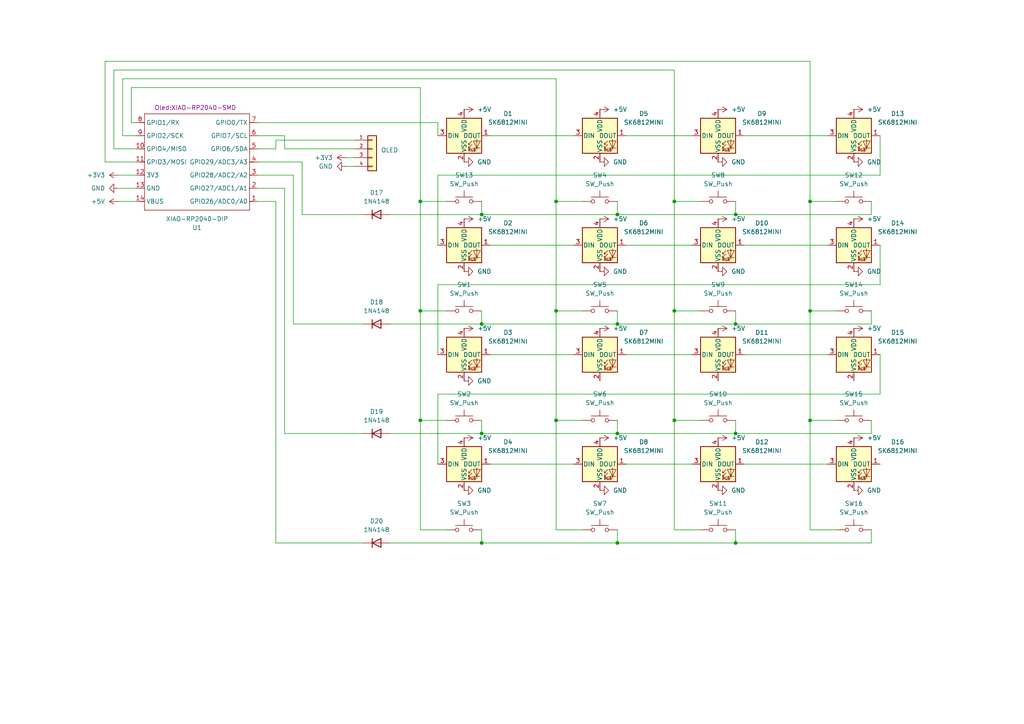
<source format=kicad_sch>
(kicad_sch
	(version 20250114)
	(generator "eeschema")
	(generator_version "9.0")
	(uuid "3cd96205-4b4e-4f4b-adf6-05509ea7e494")
	(paper "A4")
	(lib_symbols
		(symbol "Connector_Generic_MountingPin:Conn_01x04_MountingPin"
			(pin_names
				(offset 1.016)
				(hide yes)
			)
			(exclude_from_sim no)
			(in_bom yes)
			(on_board yes)
			(property "Reference" "J1"
				(at 2.54 -2.8957 0)
				(effects
					(font
						(size 1.27 1.27)
					)
					(justify left)
					(hide yes)
				)
			)
			(property "Value" "OLED"
				(at 2.54 -0.3557 0)
				(effects
					(font
						(size 1.27 1.27)
					)
					(justify left)
				)
			)
			(property "Footprint" "Oled:SSD1306-0.91-OLED-4pin-128x32"
				(at 0 0 0)
				(effects
					(font
						(size 1.27 1.27)
					)
					(hide yes)
				)
			)
			(property "Datasheet" "~"
				(at 0 0 0)
				(effects
					(font
						(size 1.27 1.27)
					)
					(hide yes)
				)
			)
			(property "Description" "Generic connectable mounting pin connector, single row, 01x04, script generated (kicad-library-utils/schlib/autogen/connector/)"
				(at 0 0 0)
				(effects
					(font
						(size 1.27 1.27)
					)
					(hide yes)
				)
			)
			(property "ki_keywords" "connector"
				(at 0 0 0)
				(effects
					(font
						(size 1.27 1.27)
					)
					(hide yes)
				)
			)
			(property "ki_fp_filters" "Connector*:*_1x??-1MP*"
				(at 0 0 0)
				(effects
					(font
						(size 1.27 1.27)
					)
					(hide yes)
				)
			)
			(symbol "Conn_01x04_MountingPin_1_1"
				(rectangle
					(start -1.27 3.81)
					(end 1.27 -6.35)
					(stroke
						(width 0.254)
						(type default)
					)
					(fill
						(type background)
					)
				)
				(rectangle
					(start -1.27 2.667)
					(end 0 2.413)
					(stroke
						(width 0.1524)
						(type default)
					)
					(fill
						(type none)
					)
				)
				(rectangle
					(start -1.27 0.127)
					(end 0 -0.127)
					(stroke
						(width 0.1524)
						(type default)
					)
					(fill
						(type none)
					)
				)
				(rectangle
					(start -1.27 -2.413)
					(end 0 -2.667)
					(stroke
						(width 0.1524)
						(type default)
					)
					(fill
						(type none)
					)
				)
				(rectangle
					(start -1.27 -4.953)
					(end 0 -5.207)
					(stroke
						(width 0.1524)
						(type default)
					)
					(fill
						(type none)
					)
				)
				(pin passive line
					(at -5.08 2.54 0)
					(length 3.81)
					(name "Pin_1"
						(effects
							(font
								(size 1.27 1.27)
							)
						)
					)
					(number "1"
						(effects
							(font
								(size 1.016 1.016)
							)
						)
					)
				)
				(pin passive line
					(at -5.08 0 0)
					(length 3.81)
					(name "Pin_2"
						(effects
							(font
								(size 1.27 1.27)
							)
						)
					)
					(number "2"
						(effects
							(font
								(size 1.016 1.016)
							)
						)
					)
				)
				(pin passive line
					(at -5.08 -2.54 0)
					(length 3.81)
					(name "Pin_3"
						(effects
							(font
								(size 1.27 1.27)
							)
						)
					)
					(number "3"
						(effects
							(font
								(size 1.016 1.016)
							)
						)
					)
				)
				(pin passive line
					(at -5.08 -5.08 0)
					(length 3.81)
					(name "Pin_4"
						(effects
							(font
								(size 1.016 1.016)
							)
						)
					)
					(number "4"
						(effects
							(font
								(size 1.016 1.016)
							)
						)
					)
				)
			)
			(embedded_fonts no)
		)
		(symbol "Diode:1N4148"
			(pin_numbers
				(hide yes)
			)
			(pin_names
				(hide yes)
			)
			(exclude_from_sim no)
			(in_bom yes)
			(on_board yes)
			(property "Reference" "D"
				(at 0 2.54 0)
				(effects
					(font
						(size 1.27 1.27)
					)
				)
			)
			(property "Value" "1N4148"
				(at 0 -2.54 0)
				(effects
					(font
						(size 1.27 1.27)
					)
				)
			)
			(property "Footprint" "Diode_THT:D_DO-35_SOD27_P7.62mm_Horizontal"
				(at 0 0 0)
				(effects
					(font
						(size 1.27 1.27)
					)
					(hide yes)
				)
			)
			(property "Datasheet" "https://assets.nexperia.com/documents/data-sheet/1N4148_1N4448.pdf"
				(at 0 0 0)
				(effects
					(font
						(size 1.27 1.27)
					)
					(hide yes)
				)
			)
			(property "Description" "100V 0.15A standard switching diode, DO-35"
				(at 0 0 0)
				(effects
					(font
						(size 1.27 1.27)
					)
					(hide yes)
				)
			)
			(property "Sim.Device" "D"
				(at 0 0 0)
				(effects
					(font
						(size 1.27 1.27)
					)
					(hide yes)
				)
			)
			(property "Sim.Pins" "1=K 2=A"
				(at 0 0 0)
				(effects
					(font
						(size 1.27 1.27)
					)
					(hide yes)
				)
			)
			(property "ki_keywords" "diode"
				(at 0 0 0)
				(effects
					(font
						(size 1.27 1.27)
					)
					(hide yes)
				)
			)
			(property "ki_fp_filters" "D*DO?35*"
				(at 0 0 0)
				(effects
					(font
						(size 1.27 1.27)
					)
					(hide yes)
				)
			)
			(symbol "1N4148_0_1"
				(polyline
					(pts
						(xy -1.27 1.27) (xy -1.27 -1.27)
					)
					(stroke
						(width 0.254)
						(type default)
					)
					(fill
						(type none)
					)
				)
				(polyline
					(pts
						(xy 1.27 1.27) (xy 1.27 -1.27) (xy -1.27 0) (xy 1.27 1.27)
					)
					(stroke
						(width 0.254)
						(type default)
					)
					(fill
						(type none)
					)
				)
				(polyline
					(pts
						(xy 1.27 0) (xy -1.27 0)
					)
					(stroke
						(width 0)
						(type default)
					)
					(fill
						(type none)
					)
				)
			)
			(symbol "1N4148_1_1"
				(pin passive line
					(at -3.81 0 0)
					(length 2.54)
					(name "K"
						(effects
							(font
								(size 1.27 1.27)
							)
						)
					)
					(number "1"
						(effects
							(font
								(size 1.27 1.27)
							)
						)
					)
				)
				(pin passive line
					(at 3.81 0 180)
					(length 2.54)
					(name "A"
						(effects
							(font
								(size 1.27 1.27)
							)
						)
					)
					(number "2"
						(effects
							(font
								(size 1.27 1.27)
							)
						)
					)
				)
			)
			(embedded_fonts no)
		)
		(symbol "LED:SK6812MINI"
			(pin_names
				(offset 0.254)
			)
			(exclude_from_sim no)
			(in_bom yes)
			(on_board yes)
			(property "Reference" "D"
				(at 5.08 5.715 0)
				(effects
					(font
						(size 1.27 1.27)
					)
					(justify right bottom)
				)
			)
			(property "Value" "SK6812MINI"
				(at 1.27 -5.715 0)
				(effects
					(font
						(size 1.27 1.27)
					)
					(justify left top)
				)
			)
			(property "Footprint" "LED_SMD:LED_SK6812MINI_PLCC4_3.5x3.5mm_P1.75mm"
				(at 1.27 -7.62 0)
				(effects
					(font
						(size 1.27 1.27)
					)
					(justify left top)
					(hide yes)
				)
			)
			(property "Datasheet" "https://cdn-shop.adafruit.com/product-files/2686/SK6812MINI_REV.01-1-2.pdf"
				(at 2.54 -9.525 0)
				(effects
					(font
						(size 1.27 1.27)
					)
					(justify left top)
					(hide yes)
				)
			)
			(property "Description" "RGB LED with integrated controller"
				(at 0 0 0)
				(effects
					(font
						(size 1.27 1.27)
					)
					(hide yes)
				)
			)
			(property "ki_keywords" "RGB LED NeoPixel Mini addressable"
				(at 0 0 0)
				(effects
					(font
						(size 1.27 1.27)
					)
					(hide yes)
				)
			)
			(property "ki_fp_filters" "LED*SK6812MINI*PLCC*3.5x3.5mm*P1.75mm*"
				(at 0 0 0)
				(effects
					(font
						(size 1.27 1.27)
					)
					(hide yes)
				)
			)
			(symbol "SK6812MINI_0_0"
				(text "RGB"
					(at 2.286 -4.191 0)
					(effects
						(font
							(size 0.762 0.762)
						)
					)
				)
			)
			(symbol "SK6812MINI_0_1"
				(polyline
					(pts
						(xy 1.27 -2.54) (xy 1.778 -2.54)
					)
					(stroke
						(width 0)
						(type default)
					)
					(fill
						(type none)
					)
				)
				(polyline
					(pts
						(xy 1.27 -3.556) (xy 1.778 -3.556)
					)
					(stroke
						(width 0)
						(type default)
					)
					(fill
						(type none)
					)
				)
				(polyline
					(pts
						(xy 2.286 -1.524) (xy 1.27 -2.54) (xy 1.27 -2.032)
					)
					(stroke
						(width 0)
						(type default)
					)
					(fill
						(type none)
					)
				)
				(polyline
					(pts
						(xy 2.286 -2.54) (xy 1.27 -3.556) (xy 1.27 -3.048)
					)
					(stroke
						(width 0)
						(type default)
					)
					(fill
						(type none)
					)
				)
				(polyline
					(pts
						(xy 3.683 -1.016) (xy 3.683 -3.556) (xy 3.683 -4.064)
					)
					(stroke
						(width 0)
						(type default)
					)
					(fill
						(type none)
					)
				)
				(polyline
					(pts
						(xy 4.699 -1.524) (xy 2.667 -1.524) (xy 3.683 -3.556) (xy 4.699 -1.524)
					)
					(stroke
						(width 0)
						(type default)
					)
					(fill
						(type none)
					)
				)
				(polyline
					(pts
						(xy 4.699 -3.556) (xy 2.667 -3.556)
					)
					(stroke
						(width 0)
						(type default)
					)
					(fill
						(type none)
					)
				)
				(rectangle
					(start 5.08 5.08)
					(end -5.08 -5.08)
					(stroke
						(width 0.254)
						(type default)
					)
					(fill
						(type background)
					)
				)
			)
			(symbol "SK6812MINI_1_1"
				(pin input line
					(at -7.62 0 0)
					(length 2.54)
					(name "DIN"
						(effects
							(font
								(size 1.27 1.27)
							)
						)
					)
					(number "3"
						(effects
							(font
								(size 1.27 1.27)
							)
						)
					)
				)
				(pin power_in line
					(at 0 7.62 270)
					(length 2.54)
					(name "VDD"
						(effects
							(font
								(size 1.27 1.27)
							)
						)
					)
					(number "4"
						(effects
							(font
								(size 1.27 1.27)
							)
						)
					)
				)
				(pin power_in line
					(at 0 -7.62 90)
					(length 2.54)
					(name "VSS"
						(effects
							(font
								(size 1.27 1.27)
							)
						)
					)
					(number "2"
						(effects
							(font
								(size 1.27 1.27)
							)
						)
					)
				)
				(pin output line
					(at 7.62 0 180)
					(length 2.54)
					(name "DOUT"
						(effects
							(font
								(size 1.27 1.27)
							)
						)
					)
					(number "1"
						(effects
							(font
								(size 1.27 1.27)
							)
						)
					)
				)
			)
			(embedded_fonts no)
		)
		(symbol "OPL:XIAO-RP2040-DIP"
			(exclude_from_sim no)
			(in_bom yes)
			(on_board yes)
			(property "Reference" "U"
				(at 0 0 0)
				(effects
					(font
						(size 1.27 1.27)
					)
				)
			)
			(property "Value" "XIAO-RP2040-DIP"
				(at 5.334 -1.778 0)
				(effects
					(font
						(size 1.27 1.27)
					)
				)
			)
			(property "Footprint" "Module:MOUDLE14P-XIAO-DIP-SMD"
				(at 14.478 -32.258 0)
				(effects
					(font
						(size 1.27 1.27)
					)
					(hide yes)
				)
			)
			(property "Datasheet" ""
				(at 0 0 0)
				(effects
					(font
						(size 1.27 1.27)
					)
					(hide yes)
				)
			)
			(property "Description" ""
				(at 0 0 0)
				(effects
					(font
						(size 1.27 1.27)
					)
					(hide yes)
				)
			)
			(symbol "XIAO-RP2040-DIP_1_0"
				(polyline
					(pts
						(xy -1.27 -2.54) (xy 29.21 -2.54)
					)
					(stroke
						(width 0.1524)
						(type solid)
					)
					(fill
						(type none)
					)
				)
				(polyline
					(pts
						(xy -1.27 -5.08) (xy -2.54 -5.08)
					)
					(stroke
						(width 0.1524)
						(type solid)
					)
					(fill
						(type none)
					)
				)
				(polyline
					(pts
						(xy -1.27 -5.08) (xy -1.27 -2.54)
					)
					(stroke
						(width 0.1524)
						(type solid)
					)
					(fill
						(type none)
					)
				)
				(polyline
					(pts
						(xy -1.27 -8.89) (xy -2.54 -8.89)
					)
					(stroke
						(width 0.1524)
						(type solid)
					)
					(fill
						(type none)
					)
				)
				(polyline
					(pts
						(xy -1.27 -8.89) (xy -1.27 -5.08)
					)
					(stroke
						(width 0.1524)
						(type solid)
					)
					(fill
						(type none)
					)
				)
				(polyline
					(pts
						(xy -1.27 -12.7) (xy -2.54 -12.7)
					)
					(stroke
						(width 0.1524)
						(type solid)
					)
					(fill
						(type none)
					)
				)
				(polyline
					(pts
						(xy -1.27 -12.7) (xy -1.27 -8.89)
					)
					(stroke
						(width 0.1524)
						(type solid)
					)
					(fill
						(type none)
					)
				)
				(polyline
					(pts
						(xy -1.27 -16.51) (xy -2.54 -16.51)
					)
					(stroke
						(width 0.1524)
						(type solid)
					)
					(fill
						(type none)
					)
				)
				(polyline
					(pts
						(xy -1.27 -16.51) (xy -1.27 -12.7)
					)
					(stroke
						(width 0.1524)
						(type solid)
					)
					(fill
						(type none)
					)
				)
				(polyline
					(pts
						(xy -1.27 -20.32) (xy -2.54 -20.32)
					)
					(stroke
						(width 0.1524)
						(type solid)
					)
					(fill
						(type none)
					)
				)
				(polyline
					(pts
						(xy -1.27 -24.13) (xy -2.54 -24.13)
					)
					(stroke
						(width 0.1524)
						(type solid)
					)
					(fill
						(type none)
					)
				)
				(polyline
					(pts
						(xy -1.27 -27.94) (xy -2.54 -27.94)
					)
					(stroke
						(width 0.1524)
						(type solid)
					)
					(fill
						(type none)
					)
				)
				(polyline
					(pts
						(xy -1.27 -30.48) (xy -1.27 -16.51)
					)
					(stroke
						(width 0.1524)
						(type solid)
					)
					(fill
						(type none)
					)
				)
				(polyline
					(pts
						(xy 29.21 -2.54) (xy 29.21 -5.08)
					)
					(stroke
						(width 0.1524)
						(type solid)
					)
					(fill
						(type none)
					)
				)
				(polyline
					(pts
						(xy 29.21 -5.08) (xy 29.21 -8.89)
					)
					(stroke
						(width 0.1524)
						(type solid)
					)
					(fill
						(type none)
					)
				)
				(polyline
					(pts
						(xy 29.21 -8.89) (xy 29.21 -12.7)
					)
					(stroke
						(width 0.1524)
						(type solid)
					)
					(fill
						(type none)
					)
				)
				(polyline
					(pts
						(xy 29.21 -12.7) (xy 29.21 -30.48)
					)
					(stroke
						(width 0.1524)
						(type solid)
					)
					(fill
						(type none)
					)
				)
				(polyline
					(pts
						(xy 29.21 -30.48) (xy -1.27 -30.48)
					)
					(stroke
						(width 0.1524)
						(type solid)
					)
					(fill
						(type none)
					)
				)
				(polyline
					(pts
						(xy 30.48 -5.08) (xy 29.21 -5.08)
					)
					(stroke
						(width 0.1524)
						(type solid)
					)
					(fill
						(type none)
					)
				)
				(polyline
					(pts
						(xy 30.48 -8.89) (xy 29.21 -8.89)
					)
					(stroke
						(width 0.1524)
						(type solid)
					)
					(fill
						(type none)
					)
				)
				(polyline
					(pts
						(xy 30.48 -12.7) (xy 29.21 -12.7)
					)
					(stroke
						(width 0.1524)
						(type solid)
					)
					(fill
						(type none)
					)
				)
				(polyline
					(pts
						(xy 30.48 -16.51) (xy 29.21 -16.51)
					)
					(stroke
						(width 0.1524)
						(type solid)
					)
					(fill
						(type none)
					)
				)
				(polyline
					(pts
						(xy 30.48 -20.32) (xy 29.21 -20.32)
					)
					(stroke
						(width 0.1524)
						(type solid)
					)
					(fill
						(type none)
					)
				)
				(polyline
					(pts
						(xy 30.48 -24.13) (xy 29.21 -24.13)
					)
					(stroke
						(width 0.1524)
						(type solid)
					)
					(fill
						(type none)
					)
				)
				(polyline
					(pts
						(xy 30.48 -27.94) (xy 29.21 -27.94)
					)
					(stroke
						(width 0.1524)
						(type solid)
					)
					(fill
						(type none)
					)
				)
				(pin passive line
					(at -3.81 -5.08 0)
					(length 2.54)
					(name "GPIO26/ADC0/A0"
						(effects
							(font
								(size 1.27 1.27)
							)
						)
					)
					(number "1"
						(effects
							(font
								(size 1.27 1.27)
							)
						)
					)
				)
				(pin passive line
					(at -3.81 -8.89 0)
					(length 2.54)
					(name "GPIO27/ADC1/A1"
						(effects
							(font
								(size 1.27 1.27)
							)
						)
					)
					(number "2"
						(effects
							(font
								(size 1.27 1.27)
							)
						)
					)
				)
				(pin passive line
					(at -3.81 -12.7 0)
					(length 2.54)
					(name "GPIO28/ADC2/A2"
						(effects
							(font
								(size 1.27 1.27)
							)
						)
					)
					(number "3"
						(effects
							(font
								(size 1.27 1.27)
							)
						)
					)
				)
				(pin passive line
					(at -3.81 -16.51 0)
					(length 2.54)
					(name "GPIO29/ADC3/A3"
						(effects
							(font
								(size 1.27 1.27)
							)
						)
					)
					(number "4"
						(effects
							(font
								(size 1.27 1.27)
							)
						)
					)
				)
				(pin passive line
					(at -3.81 -20.32 0)
					(length 2.54)
					(name "GPIO6/SDA"
						(effects
							(font
								(size 1.27 1.27)
							)
						)
					)
					(number "5"
						(effects
							(font
								(size 1.27 1.27)
							)
						)
					)
				)
				(pin passive line
					(at -3.81 -24.13 0)
					(length 2.54)
					(name "GPIO7/SCL"
						(effects
							(font
								(size 1.27 1.27)
							)
						)
					)
					(number "6"
						(effects
							(font
								(size 1.27 1.27)
							)
						)
					)
				)
				(pin passive line
					(at -3.81 -27.94 0)
					(length 2.54)
					(name "GPIO0/TX"
						(effects
							(font
								(size 1.27 1.27)
							)
						)
					)
					(number "7"
						(effects
							(font
								(size 1.27 1.27)
							)
						)
					)
				)
				(pin passive line
					(at 31.75 -5.08 180)
					(length 2.54)
					(name "VBUS"
						(effects
							(font
								(size 1.27 1.27)
							)
						)
					)
					(number "14"
						(effects
							(font
								(size 1.27 1.27)
							)
						)
					)
				)
				(pin passive line
					(at 31.75 -8.89 180)
					(length 2.54)
					(name "GND"
						(effects
							(font
								(size 1.27 1.27)
							)
						)
					)
					(number "13"
						(effects
							(font
								(size 1.27 1.27)
							)
						)
					)
				)
				(pin passive line
					(at 31.75 -12.7 180)
					(length 2.54)
					(name "3V3"
						(effects
							(font
								(size 1.27 1.27)
							)
						)
					)
					(number "12"
						(effects
							(font
								(size 1.27 1.27)
							)
						)
					)
				)
				(pin passive line
					(at 31.75 -16.51 180)
					(length 2.54)
					(name "GPIO3/MOSI"
						(effects
							(font
								(size 1.27 1.27)
							)
						)
					)
					(number "11"
						(effects
							(font
								(size 1.27 1.27)
							)
						)
					)
				)
				(pin passive line
					(at 31.75 -20.32 180)
					(length 2.54)
					(name "GPIO4/MISO"
						(effects
							(font
								(size 1.27 1.27)
							)
						)
					)
					(number "10"
						(effects
							(font
								(size 1.27 1.27)
							)
						)
					)
				)
				(pin passive line
					(at 31.75 -24.13 180)
					(length 2.54)
					(name "GPIO2/SCK"
						(effects
							(font
								(size 1.27 1.27)
							)
						)
					)
					(number "9"
						(effects
							(font
								(size 1.27 1.27)
							)
						)
					)
				)
				(pin passive line
					(at 31.75 -27.94 180)
					(length 2.54)
					(name "GPIO1/RX"
						(effects
							(font
								(size 1.27 1.27)
							)
						)
					)
					(number "8"
						(effects
							(font
								(size 1.27 1.27)
							)
						)
					)
				)
			)
			(embedded_fonts no)
		)
		(symbol "Switch:SW_Push"
			(pin_numbers
				(hide yes)
			)
			(pin_names
				(offset 1.016)
				(hide yes)
			)
			(exclude_from_sim no)
			(in_bom yes)
			(on_board yes)
			(property "Reference" "SW"
				(at 1.27 2.54 0)
				(effects
					(font
						(size 1.27 1.27)
					)
					(justify left)
				)
			)
			(property "Value" "SW_Push"
				(at 0 -1.524 0)
				(effects
					(font
						(size 1.27 1.27)
					)
				)
			)
			(property "Footprint" ""
				(at 0 5.08 0)
				(effects
					(font
						(size 1.27 1.27)
					)
					(hide yes)
				)
			)
			(property "Datasheet" "~"
				(at 0 5.08 0)
				(effects
					(font
						(size 1.27 1.27)
					)
					(hide yes)
				)
			)
			(property "Description" "Push button switch, generic, two pins"
				(at 0 0 0)
				(effects
					(font
						(size 1.27 1.27)
					)
					(hide yes)
				)
			)
			(property "ki_keywords" "switch normally-open pushbutton push-button"
				(at 0 0 0)
				(effects
					(font
						(size 1.27 1.27)
					)
					(hide yes)
				)
			)
			(symbol "SW_Push_0_1"
				(circle
					(center -2.032 0)
					(radius 0.508)
					(stroke
						(width 0)
						(type default)
					)
					(fill
						(type none)
					)
				)
				(polyline
					(pts
						(xy 0 1.27) (xy 0 3.048)
					)
					(stroke
						(width 0)
						(type default)
					)
					(fill
						(type none)
					)
				)
				(circle
					(center 2.032 0)
					(radius 0.508)
					(stroke
						(width 0)
						(type default)
					)
					(fill
						(type none)
					)
				)
				(polyline
					(pts
						(xy 2.54 1.27) (xy -2.54 1.27)
					)
					(stroke
						(width 0)
						(type default)
					)
					(fill
						(type none)
					)
				)
				(pin passive line
					(at -5.08 0 0)
					(length 2.54)
					(name "1"
						(effects
							(font
								(size 1.27 1.27)
							)
						)
					)
					(number "1"
						(effects
							(font
								(size 1.27 1.27)
							)
						)
					)
				)
				(pin passive line
					(at 5.08 0 180)
					(length 2.54)
					(name "2"
						(effects
							(font
								(size 1.27 1.27)
							)
						)
					)
					(number "2"
						(effects
							(font
								(size 1.27 1.27)
							)
						)
					)
				)
			)
			(embedded_fonts no)
		)
		(symbol "power:+3V3"
			(power)
			(pin_numbers
				(hide yes)
			)
			(pin_names
				(offset 0)
				(hide yes)
			)
			(exclude_from_sim no)
			(in_bom yes)
			(on_board yes)
			(property "Reference" "#PWR"
				(at 0 -3.81 0)
				(effects
					(font
						(size 1.27 1.27)
					)
					(hide yes)
				)
			)
			(property "Value" "+3V3"
				(at 0 3.556 0)
				(effects
					(font
						(size 1.27 1.27)
					)
				)
			)
			(property "Footprint" ""
				(at 0 0 0)
				(effects
					(font
						(size 1.27 1.27)
					)
					(hide yes)
				)
			)
			(property "Datasheet" ""
				(at 0 0 0)
				(effects
					(font
						(size 1.27 1.27)
					)
					(hide yes)
				)
			)
			(property "Description" "Power symbol creates a global label with name \"+3V3\""
				(at 0 0 0)
				(effects
					(font
						(size 1.27 1.27)
					)
					(hide yes)
				)
			)
			(property "ki_keywords" "global power"
				(at 0 0 0)
				(effects
					(font
						(size 1.27 1.27)
					)
					(hide yes)
				)
			)
			(symbol "+3V3_0_1"
				(polyline
					(pts
						(xy -0.762 1.27) (xy 0 2.54)
					)
					(stroke
						(width 0)
						(type default)
					)
					(fill
						(type none)
					)
				)
				(polyline
					(pts
						(xy 0 2.54) (xy 0.762 1.27)
					)
					(stroke
						(width 0)
						(type default)
					)
					(fill
						(type none)
					)
				)
				(polyline
					(pts
						(xy 0 0) (xy 0 2.54)
					)
					(stroke
						(width 0)
						(type default)
					)
					(fill
						(type none)
					)
				)
			)
			(symbol "+3V3_1_1"
				(pin power_in line
					(at 0 0 90)
					(length 0)
					(name "~"
						(effects
							(font
								(size 1.27 1.27)
							)
						)
					)
					(number "1"
						(effects
							(font
								(size 1.27 1.27)
							)
						)
					)
				)
			)
			(embedded_fonts no)
		)
		(symbol "power:+5V"
			(power)
			(pin_numbers
				(hide yes)
			)
			(pin_names
				(offset 0)
				(hide yes)
			)
			(exclude_from_sim no)
			(in_bom yes)
			(on_board yes)
			(property "Reference" "#PWR"
				(at 0 -3.81 0)
				(effects
					(font
						(size 1.27 1.27)
					)
					(hide yes)
				)
			)
			(property "Value" "+5V"
				(at 0 3.556 0)
				(effects
					(font
						(size 1.27 1.27)
					)
				)
			)
			(property "Footprint" ""
				(at 0 0 0)
				(effects
					(font
						(size 1.27 1.27)
					)
					(hide yes)
				)
			)
			(property "Datasheet" ""
				(at 0 0 0)
				(effects
					(font
						(size 1.27 1.27)
					)
					(hide yes)
				)
			)
			(property "Description" "Power symbol creates a global label with name \"+5V\""
				(at 0 0 0)
				(effects
					(font
						(size 1.27 1.27)
					)
					(hide yes)
				)
			)
			(property "ki_keywords" "global power"
				(at 0 0 0)
				(effects
					(font
						(size 1.27 1.27)
					)
					(hide yes)
				)
			)
			(symbol "+5V_0_1"
				(polyline
					(pts
						(xy -0.762 1.27) (xy 0 2.54)
					)
					(stroke
						(width 0)
						(type default)
					)
					(fill
						(type none)
					)
				)
				(polyline
					(pts
						(xy 0 2.54) (xy 0.762 1.27)
					)
					(stroke
						(width 0)
						(type default)
					)
					(fill
						(type none)
					)
				)
				(polyline
					(pts
						(xy 0 0) (xy 0 2.54)
					)
					(stroke
						(width 0)
						(type default)
					)
					(fill
						(type none)
					)
				)
			)
			(symbol "+5V_1_1"
				(pin power_in line
					(at 0 0 90)
					(length 0)
					(name "~"
						(effects
							(font
								(size 1.27 1.27)
							)
						)
					)
					(number "1"
						(effects
							(font
								(size 1.27 1.27)
							)
						)
					)
				)
			)
			(embedded_fonts no)
		)
		(symbol "power:GND"
			(power)
			(pin_numbers
				(hide yes)
			)
			(pin_names
				(offset 0)
				(hide yes)
			)
			(exclude_from_sim no)
			(in_bom yes)
			(on_board yes)
			(property "Reference" "#PWR"
				(at 0 -6.35 0)
				(effects
					(font
						(size 1.27 1.27)
					)
					(hide yes)
				)
			)
			(property "Value" "GND"
				(at 0 -3.81 0)
				(effects
					(font
						(size 1.27 1.27)
					)
				)
			)
			(property "Footprint" ""
				(at 0 0 0)
				(effects
					(font
						(size 1.27 1.27)
					)
					(hide yes)
				)
			)
			(property "Datasheet" ""
				(at 0 0 0)
				(effects
					(font
						(size 1.27 1.27)
					)
					(hide yes)
				)
			)
			(property "Description" "Power symbol creates a global label with name \"GND\" , ground"
				(at 0 0 0)
				(effects
					(font
						(size 1.27 1.27)
					)
					(hide yes)
				)
			)
			(property "ki_keywords" "global power"
				(at 0 0 0)
				(effects
					(font
						(size 1.27 1.27)
					)
					(hide yes)
				)
			)
			(symbol "GND_0_1"
				(polyline
					(pts
						(xy 0 0) (xy 0 -1.27) (xy 1.27 -1.27) (xy 0 -2.54) (xy -1.27 -1.27) (xy 0 -1.27)
					)
					(stroke
						(width 0)
						(type default)
					)
					(fill
						(type none)
					)
				)
			)
			(symbol "GND_1_1"
				(pin power_in line
					(at 0 0 270)
					(length 0)
					(name "~"
						(effects
							(font
								(size 1.27 1.27)
							)
						)
					)
					(number "1"
						(effects
							(font
								(size 1.27 1.27)
							)
						)
					)
				)
			)
			(embedded_fonts no)
		)
	)
	(junction
		(at 179.07 125.73)
		(diameter 0)
		(color 0 0 0 0)
		(uuid "03f4d8e9-24e3-438e-be3c-77e88fa16703")
	)
	(junction
		(at 121.92 90.17)
		(diameter 0)
		(color 0 0 0 0)
		(uuid "06460ac6-c65b-491a-84f1-48ed17b36929")
	)
	(junction
		(at 213.36 125.73)
		(diameter 0)
		(color 0 0 0 0)
		(uuid "0d0c2236-88d8-4494-bb89-2fe064c1183c")
	)
	(junction
		(at 179.07 62.23)
		(diameter 0)
		(color 0 0 0 0)
		(uuid "11ac470f-34b6-4538-b966-cd4059115548")
	)
	(junction
		(at 121.92 121.92)
		(diameter 0)
		(color 0 0 0 0)
		(uuid "127243ab-ebe5-4bac-aec4-ad901888daf1")
	)
	(junction
		(at 234.95 90.17)
		(diameter 0)
		(color 0 0 0 0)
		(uuid "12c83b33-e85b-47ce-845d-873970526220")
	)
	(junction
		(at 161.29 121.92)
		(diameter 0)
		(color 0 0 0 0)
		(uuid "1d891a03-1ad1-4ff4-9f4b-acca5d1c24d2")
	)
	(junction
		(at 179.07 93.98)
		(diameter 0)
		(color 0 0 0 0)
		(uuid "1e533d32-2638-4db0-a751-a4358d9af576")
	)
	(junction
		(at 213.36 157.48)
		(diameter 0)
		(color 0 0 0 0)
		(uuid "24a1a6d4-d006-4219-9bcb-cbc041039f2c")
	)
	(junction
		(at 179.07 157.48)
		(diameter 0)
		(color 0 0 0 0)
		(uuid "5bb3f1de-d6a3-48f7-b2a4-49e6456cec37")
	)
	(junction
		(at 161.29 90.17)
		(diameter 0)
		(color 0 0 0 0)
		(uuid "600acb2f-dca6-40e8-9a70-fd820ae446cc")
	)
	(junction
		(at 139.7 93.98)
		(diameter 0)
		(color 0 0 0 0)
		(uuid "742ee72e-6aeb-4c04-a230-0c3f71af1a82")
	)
	(junction
		(at 195.58 121.92)
		(diameter 0)
		(color 0 0 0 0)
		(uuid "84f65672-8f15-4ca0-b0fc-e7ee8ea96c8f")
	)
	(junction
		(at 195.58 58.42)
		(diameter 0)
		(color 0 0 0 0)
		(uuid "8d049fb1-6096-4af2-95aa-46856591167e")
	)
	(junction
		(at 121.92 58.42)
		(diameter 0)
		(color 0 0 0 0)
		(uuid "a2ea8982-bf38-4f3f-ba6f-948edb1fe92a")
	)
	(junction
		(at 139.7 125.73)
		(diameter 0)
		(color 0 0 0 0)
		(uuid "a6eff1f7-a0e5-4cd2-a210-19ca8abe45b6")
	)
	(junction
		(at 213.36 93.98)
		(diameter 0)
		(color 0 0 0 0)
		(uuid "c2f17733-c29e-4af6-ad5c-5a1e07b905d6")
	)
	(junction
		(at 139.7 157.48)
		(diameter 0)
		(color 0 0 0 0)
		(uuid "cb006edd-df32-4976-a205-70747f05fe78")
	)
	(junction
		(at 234.95 58.42)
		(diameter 0)
		(color 0 0 0 0)
		(uuid "d3e72621-48a6-4f23-b6e3-4b1db18f057a")
	)
	(junction
		(at 139.7 62.23)
		(diameter 0)
		(color 0 0 0 0)
		(uuid "d5ca5cff-548f-4521-84e6-908da35408a6")
	)
	(junction
		(at 161.29 58.42)
		(diameter 0)
		(color 0 0 0 0)
		(uuid "dd1826be-3c39-41f2-8f18-880b08d9e377")
	)
	(junction
		(at 234.95 121.92)
		(diameter 0)
		(color 0 0 0 0)
		(uuid "dd5325bc-35f8-43d7-bf6b-06722ae21bb0")
	)
	(junction
		(at 195.58 90.17)
		(diameter 0)
		(color 0 0 0 0)
		(uuid "f97e8caf-96f8-4d0e-bab5-a0aa1d9c7a95")
	)
	(junction
		(at 213.36 62.23)
		(diameter 0)
		(color 0 0 0 0)
		(uuid "ff12c3be-10e7-4e80-bd96-c70151929f5b")
	)
	(wire
		(pts
			(xy 213.36 62.23) (xy 179.07 62.23)
		)
		(stroke
			(width 0)
			(type default)
		)
		(uuid "0165cbd1-6787-471c-94aa-5ed2348571a5")
	)
	(wire
		(pts
			(xy 234.95 90.17) (xy 234.95 121.92)
		)
		(stroke
			(width 0)
			(type default)
		)
		(uuid "01ea72b4-41d2-4573-a381-fb2bcb9e6e8f")
	)
	(wire
		(pts
			(xy 121.92 90.17) (xy 129.54 90.17)
		)
		(stroke
			(width 0)
			(type default)
		)
		(uuid "027d9a8d-e75f-4b75-bf5a-c05ec285e3fd")
	)
	(wire
		(pts
			(xy 161.29 121.92) (xy 161.29 153.67)
		)
		(stroke
			(width 0)
			(type default)
		)
		(uuid "03d62e9b-5382-4973-a16c-bc41bb4ad954")
	)
	(wire
		(pts
			(xy 139.7 90.17) (xy 139.7 93.98)
		)
		(stroke
			(width 0)
			(type default)
		)
		(uuid "0b5e78de-97a8-4e0c-b6f1-c98cdf4b38a6")
	)
	(wire
		(pts
			(xy 234.95 17.78) (xy 234.95 58.42)
		)
		(stroke
			(width 0)
			(type default)
		)
		(uuid "0eebb660-cbbf-4e9d-85e0-7879ed2b7a80")
	)
	(wire
		(pts
			(xy 30.48 46.99) (xy 30.48 17.78)
		)
		(stroke
			(width 0)
			(type default)
		)
		(uuid "0ff33118-8d67-4744-a2e6-55860d276f31")
	)
	(wire
		(pts
			(xy 213.36 90.17) (xy 213.36 93.98)
		)
		(stroke
			(width 0)
			(type default)
		)
		(uuid "11d5efa3-b781-4e8b-8c65-72cf98cd0c88")
	)
	(wire
		(pts
			(xy 127 114.3) (xy 127 134.62)
		)
		(stroke
			(width 0)
			(type default)
		)
		(uuid "14e6b0e9-3f16-4835-aedf-5095c4edf05c")
	)
	(wire
		(pts
			(xy 87.63 62.23) (xy 87.63 46.99)
		)
		(stroke
			(width 0)
			(type default)
		)
		(uuid "1544f959-1609-4fa4-99e1-c74f37653f05")
	)
	(wire
		(pts
			(xy 80.01 43.18) (xy 74.93 43.18)
		)
		(stroke
			(width 0)
			(type default)
		)
		(uuid "15ccd37b-59ba-4190-811d-beee0f4fd583")
	)
	(wire
		(pts
			(xy 252.73 125.73) (xy 213.36 125.73)
		)
		(stroke
			(width 0)
			(type default)
		)
		(uuid "16de713f-22a1-4e92-b4a6-a1107233da2d")
	)
	(wire
		(pts
			(xy 33.02 43.18) (xy 39.37 43.18)
		)
		(stroke
			(width 0)
			(type default)
		)
		(uuid "1ec4fbe7-2c3f-441b-83bc-7349b9296d45")
	)
	(wire
		(pts
			(xy 195.58 90.17) (xy 195.58 121.92)
		)
		(stroke
			(width 0)
			(type default)
		)
		(uuid "20228db7-5779-4bcb-a639-be358bfce9e6")
	)
	(wire
		(pts
			(xy 234.95 58.42) (xy 242.57 58.42)
		)
		(stroke
			(width 0)
			(type default)
		)
		(uuid "212551f4-696f-481d-b18e-c6377a79ad85")
	)
	(wire
		(pts
			(xy 113.03 62.23) (xy 139.7 62.23)
		)
		(stroke
			(width 0)
			(type default)
		)
		(uuid "215c9266-b8aa-43e3-8552-4ba2bda0e0ff")
	)
	(wire
		(pts
			(xy 181.61 102.87) (xy 200.66 102.87)
		)
		(stroke
			(width 0)
			(type default)
		)
		(uuid "2641adb9-457d-4de6-8745-647d2b70f753")
	)
	(wire
		(pts
			(xy 33.02 20.32) (xy 33.02 43.18)
		)
		(stroke
			(width 0)
			(type default)
		)
		(uuid "29c1415a-e3fc-48be-b63f-4434c11166f0")
	)
	(wire
		(pts
			(xy 252.73 121.92) (xy 252.73 125.73)
		)
		(stroke
			(width 0)
			(type default)
		)
		(uuid "31b7fb96-6771-4f58-970f-70606f21b707")
	)
	(wire
		(pts
			(xy 255.27 102.87) (xy 255.27 114.3)
		)
		(stroke
			(width 0)
			(type default)
		)
		(uuid "3285dfcf-4d17-4769-b56c-6f0e5b8c3130")
	)
	(wire
		(pts
			(xy 252.73 90.17) (xy 252.73 93.98)
		)
		(stroke
			(width 0)
			(type default)
		)
		(uuid "339c111b-ef2a-4370-bc23-9e8d7d9aac36")
	)
	(wire
		(pts
			(xy 213.36 153.67) (xy 213.36 157.48)
		)
		(stroke
			(width 0)
			(type default)
		)
		(uuid "360f47da-0836-4dbd-85a0-72676e8e3eac")
	)
	(wire
		(pts
			(xy 113.03 125.73) (xy 139.7 125.73)
		)
		(stroke
			(width 0)
			(type default)
		)
		(uuid "36fcb1a1-78bb-4661-b0f1-4a63371a2c03")
	)
	(wire
		(pts
			(xy 195.58 20.32) (xy 195.58 58.42)
		)
		(stroke
			(width 0)
			(type default)
		)
		(uuid "3817857c-d0bf-47b9-b192-a5256e53170b")
	)
	(wire
		(pts
			(xy 38.1 25.4) (xy 38.1 35.56)
		)
		(stroke
			(width 0)
			(type default)
		)
		(uuid "3832d6cd-e995-44a1-872a-4abacab47994")
	)
	(wire
		(pts
			(xy 80.01 58.42) (xy 74.93 58.42)
		)
		(stroke
			(width 0)
			(type default)
		)
		(uuid "3c3207fc-d69d-43f3-aee4-639311547437")
	)
	(wire
		(pts
			(xy 161.29 58.42) (xy 161.29 90.17)
		)
		(stroke
			(width 0)
			(type default)
		)
		(uuid "411df0f4-870e-49be-babd-1a10f740cbe2")
	)
	(wire
		(pts
			(xy 139.7 58.42) (xy 139.7 62.23)
		)
		(stroke
			(width 0)
			(type default)
		)
		(uuid "43d0a3e2-2883-4af5-a689-d80de9f99609")
	)
	(wire
		(pts
			(xy 82.55 39.37) (xy 74.93 39.37)
		)
		(stroke
			(width 0)
			(type default)
		)
		(uuid "4613a24c-562e-47a6-b982-d532f5191c0d")
	)
	(wire
		(pts
			(xy 252.73 58.42) (xy 252.73 62.23)
		)
		(stroke
			(width 0)
			(type default)
		)
		(uuid "4669d9d5-daad-4589-b32a-c7f0579c7b33")
	)
	(wire
		(pts
			(xy 139.7 62.23) (xy 179.07 62.23)
		)
		(stroke
			(width 0)
			(type default)
		)
		(uuid "46a7f694-e4c1-4bba-b6f9-67ba04de44ec")
	)
	(wire
		(pts
			(xy 181.61 71.12) (xy 200.66 71.12)
		)
		(stroke
			(width 0)
			(type default)
		)
		(uuid "49d74e4d-de31-4983-968d-abef4d7ee5dd")
	)
	(wire
		(pts
			(xy 139.7 153.67) (xy 139.7 157.48)
		)
		(stroke
			(width 0)
			(type default)
		)
		(uuid "4a67af48-a981-4cd9-95a0-be3ec61a231a")
	)
	(wire
		(pts
			(xy 121.92 58.42) (xy 129.54 58.42)
		)
		(stroke
			(width 0)
			(type default)
		)
		(uuid "4f4d5245-15c0-45a0-9da2-586ace099eae")
	)
	(wire
		(pts
			(xy 105.41 93.98) (xy 85.09 93.98)
		)
		(stroke
			(width 0)
			(type default)
		)
		(uuid "532f35a1-e6e4-4dac-aef6-6e11146a9385")
	)
	(wire
		(pts
			(xy 35.56 39.37) (xy 39.37 39.37)
		)
		(stroke
			(width 0)
			(type default)
		)
		(uuid "533effcf-4432-4f2c-8664-0035eefaa2e5")
	)
	(wire
		(pts
			(xy 105.41 125.73) (xy 82.55 125.73)
		)
		(stroke
			(width 0)
			(type default)
		)
		(uuid "53b3151e-ffb3-4c5b-8f80-051f412cb114")
	)
	(wire
		(pts
			(xy 80.01 157.48) (xy 80.01 58.42)
		)
		(stroke
			(width 0)
			(type default)
		)
		(uuid "567f95ca-bdd5-4778-b3ad-92ac63f772c3")
	)
	(wire
		(pts
			(xy 179.07 62.23) (xy 179.07 58.42)
		)
		(stroke
			(width 0)
			(type default)
		)
		(uuid "56c33eb9-66fb-445d-9c26-5d9a3458790b")
	)
	(wire
		(pts
			(xy 39.37 46.99) (xy 30.48 46.99)
		)
		(stroke
			(width 0)
			(type default)
		)
		(uuid "59fa8188-43a7-49a6-8998-51099e5fab42")
	)
	(wire
		(pts
			(xy 102.87 45.72) (xy 100.33 45.72)
		)
		(stroke
			(width 0)
			(type default)
		)
		(uuid "5a7f3e73-e257-49bf-b25d-c56952e3c5a0")
	)
	(wire
		(pts
			(xy 139.7 157.48) (xy 179.07 157.48)
		)
		(stroke
			(width 0)
			(type default)
		)
		(uuid "5c30260c-935f-4ca1-bb08-f8f2bfda550b")
	)
	(wire
		(pts
			(xy 195.58 90.17) (xy 203.2 90.17)
		)
		(stroke
			(width 0)
			(type default)
		)
		(uuid "5cd59a7e-94e7-4e32-9703-0bc68db64b1c")
	)
	(wire
		(pts
			(xy 168.91 153.67) (xy 161.29 153.67)
		)
		(stroke
			(width 0)
			(type default)
		)
		(uuid "5e6bfb0a-b323-441b-9e65-24c4fa2a7b37")
	)
	(wire
		(pts
			(xy 255.27 114.3) (xy 127 114.3)
		)
		(stroke
			(width 0)
			(type default)
		)
		(uuid "5f429258-a02c-4126-8254-f11ec02f39ed")
	)
	(wire
		(pts
			(xy 234.95 90.17) (xy 242.57 90.17)
		)
		(stroke
			(width 0)
			(type default)
		)
		(uuid "646ee936-44ff-41e8-b0a5-b1a29bae8a34")
	)
	(wire
		(pts
			(xy 179.07 125.73) (xy 179.07 121.92)
		)
		(stroke
			(width 0)
			(type default)
		)
		(uuid "65b1d9b8-833d-4e21-a355-c3910351ade6")
	)
	(wire
		(pts
			(xy 82.55 125.73) (xy 82.55 54.61)
		)
		(stroke
			(width 0)
			(type default)
		)
		(uuid "66e8437e-0995-41e9-8a97-2e5e82402e38")
	)
	(wire
		(pts
			(xy 195.58 20.32) (xy 33.02 20.32)
		)
		(stroke
			(width 0)
			(type default)
		)
		(uuid "69371533-9dc0-4013-bbef-8bd4dc212c70")
	)
	(wire
		(pts
			(xy 252.73 93.98) (xy 213.36 93.98)
		)
		(stroke
			(width 0)
			(type default)
		)
		(uuid "69f80af3-358c-4cb5-9606-f4fe5dce6ad0")
	)
	(wire
		(pts
			(xy 121.92 121.92) (xy 121.92 153.67)
		)
		(stroke
			(width 0)
			(type default)
		)
		(uuid "6afc70a0-9abf-4cf1-aa5c-7c4080cd84d4")
	)
	(wire
		(pts
			(xy 161.29 90.17) (xy 161.29 121.92)
		)
		(stroke
			(width 0)
			(type default)
		)
		(uuid "6eba47ba-8372-44b4-b152-fa732bee65de")
	)
	(wire
		(pts
			(xy 213.36 157.48) (xy 179.07 157.48)
		)
		(stroke
			(width 0)
			(type default)
		)
		(uuid "6f5f1daa-03c0-4f49-867d-ddce5a8c6c04")
	)
	(wire
		(pts
			(xy 121.92 58.42) (xy 121.92 90.17)
		)
		(stroke
			(width 0)
			(type default)
		)
		(uuid "7068f859-7283-43b7-9330-e9dfac25eeec")
	)
	(wire
		(pts
			(xy 255.27 50.8) (xy 127 50.8)
		)
		(stroke
			(width 0)
			(type default)
		)
		(uuid "7160d74c-f312-4e8b-a094-bb60469f4509")
	)
	(wire
		(pts
			(xy 213.36 58.42) (xy 213.36 62.23)
		)
		(stroke
			(width 0)
			(type default)
		)
		(uuid "71ba1a9a-2db6-4920-ad2d-f4ad29b791ac")
	)
	(wire
		(pts
			(xy 161.29 90.17) (xy 168.91 90.17)
		)
		(stroke
			(width 0)
			(type default)
		)
		(uuid "725c850e-c837-4a05-8729-c37b6d799299")
	)
	(wire
		(pts
			(xy 161.29 121.92) (xy 168.91 121.92)
		)
		(stroke
			(width 0)
			(type default)
		)
		(uuid "75372fe4-55f4-4449-a936-922a0ca74ca7")
	)
	(wire
		(pts
			(xy 255.27 82.55) (xy 127 82.55)
		)
		(stroke
			(width 0)
			(type default)
		)
		(uuid "768eb503-4434-4052-a65e-41e64c49c50b")
	)
	(wire
		(pts
			(xy 142.24 39.37) (xy 166.37 39.37)
		)
		(stroke
			(width 0)
			(type default)
		)
		(uuid "7c1ce159-e205-4fc0-bce6-3ab1e3e8c1e6")
	)
	(wire
		(pts
			(xy 34.29 50.8) (xy 39.37 50.8)
		)
		(stroke
			(width 0)
			(type default)
		)
		(uuid "7e169c01-21c0-4e22-a8ce-f61cced4deb3")
	)
	(wire
		(pts
			(xy 161.29 22.86) (xy 161.29 58.42)
		)
		(stroke
			(width 0)
			(type default)
		)
		(uuid "7ea00efa-b6ce-431d-9ec8-d58105740c29")
	)
	(wire
		(pts
			(xy 142.24 134.62) (xy 166.37 134.62)
		)
		(stroke
			(width 0)
			(type default)
		)
		(uuid "7ffeb778-41dd-4d66-b1cf-20a1adb8e7e3")
	)
	(wire
		(pts
			(xy 255.27 71.12) (xy 255.27 82.55)
		)
		(stroke
			(width 0)
			(type default)
		)
		(uuid "80d7b259-db52-4a3c-bc78-ece4c5de3aa3")
	)
	(wire
		(pts
			(xy 121.92 90.17) (xy 121.92 121.92)
		)
		(stroke
			(width 0)
			(type default)
		)
		(uuid "81974cf7-043d-489a-89eb-85899c4d0fb9")
	)
	(wire
		(pts
			(xy 181.61 39.37) (xy 200.66 39.37)
		)
		(stroke
			(width 0)
			(type default)
		)
		(uuid "81f494a8-c86d-47f0-94cf-2deaedd69cc2")
	)
	(wire
		(pts
			(xy 121.92 121.92) (xy 129.54 121.92)
		)
		(stroke
			(width 0)
			(type default)
		)
		(uuid "8512a998-5e81-4fd0-a542-b7ace3f3b918")
	)
	(wire
		(pts
			(xy 252.73 157.48) (xy 213.36 157.48)
		)
		(stroke
			(width 0)
			(type default)
		)
		(uuid "8576fa9e-ec0d-4726-9bd2-c38c9f98956d")
	)
	(wire
		(pts
			(xy 142.24 102.87) (xy 166.37 102.87)
		)
		(stroke
			(width 0)
			(type default)
		)
		(uuid "8b9605de-4d67-4beb-b12f-dbb671ade080")
	)
	(wire
		(pts
			(xy 34.29 58.42) (xy 39.37 58.42)
		)
		(stroke
			(width 0)
			(type default)
		)
		(uuid "8dc52033-d3df-4b80-9068-a571c54725d3")
	)
	(wire
		(pts
			(xy 127 82.55) (xy 127 102.87)
		)
		(stroke
			(width 0)
			(type default)
		)
		(uuid "91194703-8d7a-49cb-9c82-08eb543b9626")
	)
	(wire
		(pts
			(xy 181.61 134.62) (xy 200.66 134.62)
		)
		(stroke
			(width 0)
			(type default)
		)
		(uuid "925d45a1-4aef-4b28-9fe1-a3d1380a5efa")
	)
	(wire
		(pts
			(xy 234.95 121.92) (xy 234.95 153.67)
		)
		(stroke
			(width 0)
			(type default)
		)
		(uuid "98fd017c-5d16-4a11-8cd9-85d6d5b8959c")
	)
	(wire
		(pts
			(xy 215.9 102.87) (xy 240.03 102.87)
		)
		(stroke
			(width 0)
			(type default)
		)
		(uuid "9d047ea1-ccdf-4df8-ac75-1a7eb0b51f58")
	)
	(wire
		(pts
			(xy 35.56 22.86) (xy 35.56 39.37)
		)
		(stroke
			(width 0)
			(type default)
		)
		(uuid "9d73b026-deb2-412f-997e-5a12e0c83c46")
	)
	(wire
		(pts
			(xy 129.54 153.67) (xy 121.92 153.67)
		)
		(stroke
			(width 0)
			(type default)
		)
		(uuid "9ddc9feb-3d47-44f7-92e1-d5f50b02f501")
	)
	(wire
		(pts
			(xy 80.01 40.64) (xy 102.87 40.64)
		)
		(stroke
			(width 0)
			(type default)
		)
		(uuid "9e6fb6bb-21f9-4f5d-a836-d09a8fff9cf3")
	)
	(wire
		(pts
			(xy 80.01 40.64) (xy 80.01 43.18)
		)
		(stroke
			(width 0)
			(type default)
		)
		(uuid "9e903aa8-5b28-4135-a345-95ff6d6e55e6")
	)
	(wire
		(pts
			(xy 161.29 22.86) (xy 35.56 22.86)
		)
		(stroke
			(width 0)
			(type default)
		)
		(uuid "a001ff85-1a8a-421d-baa7-42a4fad741e1")
	)
	(wire
		(pts
			(xy 234.95 121.92) (xy 242.57 121.92)
		)
		(stroke
			(width 0)
			(type default)
		)
		(uuid "a3d12b19-8595-47b1-8650-1223888e73c1")
	)
	(wire
		(pts
			(xy 105.41 157.48) (xy 80.01 157.48)
		)
		(stroke
			(width 0)
			(type default)
		)
		(uuid "a65c3480-1125-4ba2-8e32-f5e2344fcdb8")
	)
	(wire
		(pts
			(xy 85.09 50.8) (xy 74.93 50.8)
		)
		(stroke
			(width 0)
			(type default)
		)
		(uuid "a7c8d7c4-e60b-41a8-bbf6-db07bdb3fcd2")
	)
	(wire
		(pts
			(xy 179.07 93.98) (xy 179.07 90.17)
		)
		(stroke
			(width 0)
			(type default)
		)
		(uuid "ac38817c-9f70-446a-b9ff-bfaa828044a9")
	)
	(wire
		(pts
			(xy 213.36 121.92) (xy 213.36 125.73)
		)
		(stroke
			(width 0)
			(type default)
		)
		(uuid "b02ed7e9-d396-49ef-8aa6-e505cce1c156")
	)
	(wire
		(pts
			(xy 252.73 62.23) (xy 213.36 62.23)
		)
		(stroke
			(width 0)
			(type default)
		)
		(uuid "b1c3f8e4-fc81-4dc5-bfe5-e602baaf87fc")
	)
	(wire
		(pts
			(xy 113.03 93.98) (xy 139.7 93.98)
		)
		(stroke
			(width 0)
			(type default)
		)
		(uuid "b2b58434-7aa2-45b2-8f5a-706a10f114a2")
	)
	(wire
		(pts
			(xy 121.92 25.4) (xy 121.92 58.42)
		)
		(stroke
			(width 0)
			(type default)
		)
		(uuid "b650e6ea-1981-4b2a-a8b6-ca6ef9698768")
	)
	(wire
		(pts
			(xy 161.29 58.42) (xy 168.91 58.42)
		)
		(stroke
			(width 0)
			(type default)
		)
		(uuid "b7767ab6-b849-4178-861c-091cd519f250")
	)
	(wire
		(pts
			(xy 213.36 93.98) (xy 179.07 93.98)
		)
		(stroke
			(width 0)
			(type default)
		)
		(uuid "ba0de85d-0e40-4cd2-8cfc-048d7b93af3d")
	)
	(wire
		(pts
			(xy 195.58 121.92) (xy 203.2 121.92)
		)
		(stroke
			(width 0)
			(type default)
		)
		(uuid "bae30b88-9960-4001-9d4d-ee3531c983b0")
	)
	(wire
		(pts
			(xy 105.41 62.23) (xy 87.63 62.23)
		)
		(stroke
			(width 0)
			(type default)
		)
		(uuid "bcb85b5e-f55a-4afa-bdec-4c852f7e7568")
	)
	(wire
		(pts
			(xy 195.58 58.42) (xy 203.2 58.42)
		)
		(stroke
			(width 0)
			(type default)
		)
		(uuid "bce5b7b1-5c8e-4680-8de2-7c627ae3e9ca")
	)
	(wire
		(pts
			(xy 87.63 46.99) (xy 74.93 46.99)
		)
		(stroke
			(width 0)
			(type default)
		)
		(uuid "bd6fd907-2db4-417e-af82-d2abefb3eaf8")
	)
	(wire
		(pts
			(xy 213.36 125.73) (xy 179.07 125.73)
		)
		(stroke
			(width 0)
			(type default)
		)
		(uuid "bddc2ad7-a995-476b-9a5d-fae349bd7dad")
	)
	(wire
		(pts
			(xy 82.55 43.18) (xy 102.87 43.18)
		)
		(stroke
			(width 0)
			(type default)
		)
		(uuid "bdea9738-a0fb-47e5-8575-1b88924f3180")
	)
	(wire
		(pts
			(xy 215.9 134.62) (xy 240.03 134.62)
		)
		(stroke
			(width 0)
			(type default)
		)
		(uuid "be45bbec-3137-4751-953d-1c063518752d")
	)
	(wire
		(pts
			(xy 195.58 58.42) (xy 195.58 90.17)
		)
		(stroke
			(width 0)
			(type default)
		)
		(uuid "c43babbb-b180-4f65-a4c4-e1d7183e7ff1")
	)
	(wire
		(pts
			(xy 121.92 25.4) (xy 38.1 25.4)
		)
		(stroke
			(width 0)
			(type default)
		)
		(uuid "c739e079-54db-4f6d-8792-e4d77c1e7b18")
	)
	(wire
		(pts
			(xy 142.24 71.12) (xy 166.37 71.12)
		)
		(stroke
			(width 0)
			(type default)
		)
		(uuid "ca5489ab-dbd2-4118-aeff-b14016a9c422")
	)
	(wire
		(pts
			(xy 30.48 17.78) (xy 234.95 17.78)
		)
		(stroke
			(width 0)
			(type default)
		)
		(uuid "cfcfe4a5-8d83-4fd8-b89e-929ea8fb6dfb")
	)
	(wire
		(pts
			(xy 242.57 153.67) (xy 234.95 153.67)
		)
		(stroke
			(width 0)
			(type default)
		)
		(uuid "d09466d0-6489-4ec1-8a97-cc4a115d71ee")
	)
	(wire
		(pts
			(xy 215.9 71.12) (xy 240.03 71.12)
		)
		(stroke
			(width 0)
			(type default)
		)
		(uuid "d26e4f8d-6a03-4b34-b45c-b803f8911bff")
	)
	(wire
		(pts
			(xy 38.1 35.56) (xy 39.37 35.56)
		)
		(stroke
			(width 0)
			(type default)
		)
		(uuid "d369b430-7220-447a-94ba-545b55042a40")
	)
	(wire
		(pts
			(xy 34.29 54.61) (xy 39.37 54.61)
		)
		(stroke
			(width 0)
			(type default)
		)
		(uuid "d400feff-24c8-456d-81f8-3dc02de1410d")
	)
	(wire
		(pts
			(xy 139.7 121.92) (xy 139.7 125.73)
		)
		(stroke
			(width 0)
			(type default)
		)
		(uuid "d4937b23-cf50-490c-b045-675da05bbd77")
	)
	(wire
		(pts
			(xy 127 50.8) (xy 127 71.12)
		)
		(stroke
			(width 0)
			(type default)
		)
		(uuid "d91cfacc-e174-4094-bef1-0e904f173009")
	)
	(wire
		(pts
			(xy 203.2 153.67) (xy 195.58 153.67)
		)
		(stroke
			(width 0)
			(type default)
		)
		(uuid "da080b8c-916f-4eb4-af42-4fde71ee3296")
	)
	(wire
		(pts
			(xy 215.9 39.37) (xy 240.03 39.37)
		)
		(stroke
			(width 0)
			(type default)
		)
		(uuid "e06fbbaa-fe00-41bd-bc7b-0b3e4076d72e")
	)
	(wire
		(pts
			(xy 113.03 157.48) (xy 139.7 157.48)
		)
		(stroke
			(width 0)
			(type default)
		)
		(uuid "e086d820-7b0f-43d0-85a2-1fe1511f1c06")
	)
	(wire
		(pts
			(xy 195.58 121.92) (xy 195.58 153.67)
		)
		(stroke
			(width 0)
			(type default)
		)
		(uuid "e0cf9541-4ba0-4756-b588-e9f1edc19a87")
	)
	(wire
		(pts
			(xy 255.27 39.37) (xy 255.27 50.8)
		)
		(stroke
			(width 0)
			(type default)
		)
		(uuid "e21e687c-b10c-4f5d-b59c-2fe963dc32b1")
	)
	(wire
		(pts
			(xy 102.87 48.26) (xy 100.33 48.26)
		)
		(stroke
			(width 0)
			(type default)
		)
		(uuid "f2ab07be-ef17-499b-9d78-96cb36fc64d0")
	)
	(wire
		(pts
			(xy 74.93 35.56) (xy 127 35.56)
		)
		(stroke
			(width 0)
			(type default)
		)
		(uuid "f2f8137a-0886-438c-a621-d85a3cd531bb")
	)
	(wire
		(pts
			(xy 234.95 58.42) (xy 234.95 90.17)
		)
		(stroke
			(width 0)
			(type default)
		)
		(uuid "f5370bbb-66ce-4948-b342-55a9616e9039")
	)
	(wire
		(pts
			(xy 127 35.56) (xy 127 39.37)
		)
		(stroke
			(width 0)
			(type default)
		)
		(uuid "f6934b84-3ca4-49db-a2cd-21842444f31a")
	)
	(wire
		(pts
			(xy 139.7 125.73) (xy 179.07 125.73)
		)
		(stroke
			(width 0)
			(type default)
		)
		(uuid "f7d79de3-3020-4d55-805d-985427dc78ab")
	)
	(wire
		(pts
			(xy 252.73 153.67) (xy 252.73 157.48)
		)
		(stroke
			(width 0)
			(type default)
		)
		(uuid "f8342685-96cb-4d63-8711-56c697be264d")
	)
	(wire
		(pts
			(xy 139.7 93.98) (xy 179.07 93.98)
		)
		(stroke
			(width 0)
			(type default)
		)
		(uuid "f8582205-04ad-4f8f-b10d-be6171cde1ae")
	)
	(wire
		(pts
			(xy 82.55 54.61) (xy 74.93 54.61)
		)
		(stroke
			(width 0)
			(type default)
		)
		(uuid "f98b7a57-ac68-425e-b8ee-515b1f38470a")
	)
	(wire
		(pts
			(xy 179.07 157.48) (xy 179.07 153.67)
		)
		(stroke
			(width 0)
			(type default)
		)
		(uuid "fb8e86c8-c86f-405e-b95d-5796dd939959")
	)
	(wire
		(pts
			(xy 82.55 43.18) (xy 82.55 39.37)
		)
		(stroke
			(width 0)
			(type default)
		)
		(uuid "fda7242e-bbb5-4b02-86a3-e82486e4e170")
	)
	(wire
		(pts
			(xy 85.09 93.98) (xy 85.09 50.8)
		)
		(stroke
			(width 0)
			(type default)
		)
		(uuid "feb1eff7-b6b6-406f-8751-2f062fcd5205")
	)
	(symbol
		(lib_id "power:GND")
		(at 247.65 78.74 90)
		(unit 1)
		(exclude_from_sim no)
		(in_bom yes)
		(on_board yes)
		(dnp no)
		(fields_autoplaced yes)
		(uuid "00502ac7-bd53-4bec-820e-8db488ea43ef")
		(property "Reference" "#PWR030"
			(at 254 78.74 0)
			(effects
				(font
					(size 1.27 1.27)
				)
				(hide yes)
			)
		)
		(property "Value" "GND"
			(at 251.46 78.7399 90)
			(effects
				(font
					(size 1.27 1.27)
				)
				(justify right)
			)
		)
		(property "Footprint" ""
			(at 247.65 78.74 0)
			(effects
				(font
					(size 1.27 1.27)
				)
				(hide yes)
			)
		)
		(property "Datasheet" ""
			(at 247.65 78.74 0)
			(effects
				(font
					(size 1.27 1.27)
				)
				(hide yes)
			)
		)
		(property "Description" "Power symbol creates a global label with name \"GND\" , ground"
			(at 247.65 78.74 0)
			(effects
				(font
					(size 1.27 1.27)
				)
				(hide yes)
			)
		)
		(pin "1"
			(uuid "23dd1118-4d64-479d-bc88-4dfaf3f9a0b8")
		)
		(instances
			(project "hackclub"
				(path "/3cd96205-4b4e-4f4b-adf6-05509ea7e494"
					(reference "#PWR030")
					(unit 1)
				)
			)
		)
	)
	(symbol
		(lib_id "power:GND")
		(at 247.65 46.99 90)
		(unit 1)
		(exclude_from_sim no)
		(in_bom yes)
		(on_board yes)
		(dnp no)
		(fields_autoplaced yes)
		(uuid "12a6f98e-9f9c-4574-a0e4-f17e0ad03146")
		(property "Reference" "#PWR029"
			(at 254 46.99 0)
			(effects
				(font
					(size 1.27 1.27)
				)
				(hide yes)
			)
		)
		(property "Value" "GND"
			(at 251.46 46.9899 90)
			(effects
				(font
					(size 1.27 1.27)
				)
				(justify right)
			)
		)
		(property "Footprint" ""
			(at 247.65 46.99 0)
			(effects
				(font
					(size 1.27 1.27)
				)
				(hide yes)
			)
		)
		(property "Datasheet" ""
			(at 247.65 46.99 0)
			(effects
				(font
					(size 1.27 1.27)
				)
				(hide yes)
			)
		)
		(property "Description" "Power symbol creates a global label with name \"GND\" , ground"
			(at 247.65 46.99 0)
			(effects
				(font
					(size 1.27 1.27)
				)
				(hide yes)
			)
		)
		(pin "1"
			(uuid "69fc6892-6932-4c08-ba05-c0b2dcddc17f")
		)
		(instances
			(project "hackclub"
				(path "/3cd96205-4b4e-4f4b-adf6-05509ea7e494"
					(reference "#PWR029")
					(unit 1)
				)
			)
		)
	)
	(symbol
		(lib_id "Switch:SW_Push")
		(at 247.65 121.92 0)
		(unit 1)
		(exclude_from_sim no)
		(in_bom yes)
		(on_board yes)
		(dnp no)
		(fields_autoplaced yes)
		(uuid "15f2580c-f5fd-4834-9417-04fc634d3344")
		(property "Reference" "SW15"
			(at 247.65 114.3 0)
			(effects
				(font
					(size 1.27 1.27)
				)
			)
		)
		(property "Value" "SW_Push"
			(at 247.65 116.84 0)
			(effects
				(font
					(size 1.27 1.27)
				)
			)
		)
		(property "Footprint" "Button_Switch_Keyboard:SW_Cherry_MX_1.00u_PCB"
			(at 247.65 116.84 0)
			(effects
				(font
					(size 1.27 1.27)
				)
				(hide yes)
			)
		)
		(property "Datasheet" "~"
			(at 247.65 116.84 0)
			(effects
				(font
					(size 1.27 1.27)
				)
				(hide yes)
			)
		)
		(property "Description" "Push button switch, generic, two pins"
			(at 247.65 121.92 0)
			(effects
				(font
					(size 1.27 1.27)
				)
				(hide yes)
			)
		)
		(pin "1"
			(uuid "0e00d81e-2ca5-4c45-ae22-a44a140f0c0e")
		)
		(pin "2"
			(uuid "13aad454-32d3-4fe9-b69f-78755ce513b1")
		)
		(instances
			(project "hackclub"
				(path "/3cd96205-4b4e-4f4b-adf6-05509ea7e494"
					(reference "SW15")
					(unit 1)
				)
			)
		)
	)
	(symbol
		(lib_id "LED:SK6812MINI")
		(at 134.62 71.12 0)
		(unit 1)
		(exclude_from_sim no)
		(in_bom yes)
		(on_board yes)
		(dnp no)
		(fields_autoplaced yes)
		(uuid "177b29f4-7456-46b8-96ec-b6deabd927c7")
		(property "Reference" "D2"
			(at 147.32 64.6998 0)
			(effects
				(font
					(size 1.27 1.27)
				)
			)
		)
		(property "Value" "SK6812MINI"
			(at 147.32 67.2398 0)
			(effects
				(font
					(size 1.27 1.27)
				)
			)
		)
		(property "Footprint" "LED_SMD:LED_SK6812MINI_PLCC4_3.5x3.5mm_P1.75mm"
			(at 135.89 78.74 0)
			(effects
				(font
					(size 1.27 1.27)
				)
				(justify left top)
				(hide yes)
			)
		)
		(property "Datasheet" "https://cdn-shop.adafruit.com/product-files/2686/SK6812MINI_REV.01-1-2.pdf"
			(at 137.16 80.645 0)
			(effects
				(font
					(size 1.27 1.27)
				)
				(justify left top)
				(hide yes)
			)
		)
		(property "Description" "RGB LED with integrated controller"
			(at 134.62 71.12 0)
			(effects
				(font
					(size 1.27 1.27)
				)
				(hide yes)
			)
		)
		(pin "3"
			(uuid "30fa08c4-4727-4023-9713-8dcc92c49ee3")
		)
		(pin "2"
			(uuid "7fdb7d2c-ce1f-4d43-8501-50d390cc5579")
		)
		(pin "1"
			(uuid "d5c9d223-0765-475e-b449-aa99456d61b7")
		)
		(pin "4"
			(uuid "428af35d-7b22-4a31-89a0-932e7cb8a2ee")
		)
		(instances
			(project "hackclub"
				(path "/3cd96205-4b4e-4f4b-adf6-05509ea7e494"
					(reference "D2")
					(unit 1)
				)
			)
		)
	)
	(symbol
		(lib_id "power:GND")
		(at 134.62 110.49 90)
		(unit 1)
		(exclude_from_sim no)
		(in_bom yes)
		(on_board yes)
		(dnp no)
		(fields_autoplaced yes)
		(uuid "1ff52ae3-188f-40f1-a650-7b4c95f58748")
		(property "Reference" "#PWR021"
			(at 140.97 110.49 0)
			(effects
				(font
					(size 1.27 1.27)
				)
				(hide yes)
			)
		)
		(property "Value" "GND"
			(at 138.43 110.4899 90)
			(effects
				(font
					(size 1.27 1.27)
				)
				(justify right)
			)
		)
		(property "Footprint" ""
			(at 134.62 110.49 0)
			(effects
				(font
					(size 1.27 1.27)
				)
				(hide yes)
			)
		)
		(property "Datasheet" ""
			(at 134.62 110.49 0)
			(effects
				(font
					(size 1.27 1.27)
				)
				(hide yes)
			)
		)
		(property "Description" "Power symbol creates a global label with name \"GND\" , ground"
			(at 134.62 110.49 0)
			(effects
				(font
					(size 1.27 1.27)
				)
				(hide yes)
			)
		)
		(pin "1"
			(uuid "8921846b-537d-4170-a71d-a2ba070ddf3e")
		)
		(instances
			(project "hackclub"
				(path "/3cd96205-4b4e-4f4b-adf6-05509ea7e494"
					(reference "#PWR021")
					(unit 1)
				)
			)
		)
	)
	(symbol
		(lib_id "Switch:SW_Push")
		(at 247.65 153.67 0)
		(unit 1)
		(exclude_from_sim no)
		(in_bom yes)
		(on_board yes)
		(dnp no)
		(fields_autoplaced yes)
		(uuid "237e7116-7536-4a17-af6c-cc8b610dade9")
		(property "Reference" "SW16"
			(at 247.65 146.05 0)
			(effects
				(font
					(size 1.27 1.27)
				)
			)
		)
		(property "Value" "SW_Push"
			(at 247.65 148.59 0)
			(effects
				(font
					(size 1.27 1.27)
				)
			)
		)
		(property "Footprint" "Button_Switch_Keyboard:SW_Cherry_MX_1.00u_PCB"
			(at 247.65 148.59 0)
			(effects
				(font
					(size 1.27 1.27)
				)
				(hide yes)
			)
		)
		(property "Datasheet" "~"
			(at 247.65 148.59 0)
			(effects
				(font
					(size 1.27 1.27)
				)
				(hide yes)
			)
		)
		(property "Description" "Push button switch, generic, two pins"
			(at 247.65 153.67 0)
			(effects
				(font
					(size 1.27 1.27)
				)
				(hide yes)
			)
		)
		(pin "1"
			(uuid "b3e1b552-f94a-4a52-99f9-c00466c0f786")
		)
		(pin "2"
			(uuid "d6e860f1-a84c-4ce8-83c4-ca3cd7814135")
		)
		(instances
			(project "hackclub"
				(path "/3cd96205-4b4e-4f4b-adf6-05509ea7e494"
					(reference "SW16")
					(unit 1)
				)
			)
		)
	)
	(symbol
		(lib_id "LED:SK6812MINI")
		(at 208.28 134.62 0)
		(unit 1)
		(exclude_from_sim no)
		(in_bom yes)
		(on_board yes)
		(dnp no)
		(fields_autoplaced yes)
		(uuid "24e9f115-9ab8-47da-a9ce-463c0f397cd1")
		(property "Reference" "D12"
			(at 220.98 128.1998 0)
			(effects
				(font
					(size 1.27 1.27)
				)
			)
		)
		(property "Value" "SK6812MINI"
			(at 220.98 130.7398 0)
			(effects
				(font
					(size 1.27 1.27)
				)
			)
		)
		(property "Footprint" "LED_SMD:LED_SK6812MINI_PLCC4_3.5x3.5mm_P1.75mm"
			(at 209.55 142.24 0)
			(effects
				(font
					(size 1.27 1.27)
				)
				(justify left top)
				(hide yes)
			)
		)
		(property "Datasheet" "https://cdn-shop.adafruit.com/product-files/2686/SK6812MINI_REV.01-1-2.pdf"
			(at 210.82 144.145 0)
			(effects
				(font
					(size 1.27 1.27)
				)
				(justify left top)
				(hide yes)
			)
		)
		(property "Description" "RGB LED with integrated controller"
			(at 208.28 134.62 0)
			(effects
				(font
					(size 1.27 1.27)
				)
				(hide yes)
			)
		)
		(pin "3"
			(uuid "713fda76-ce50-40de-a145-fbee30f54ceb")
		)
		(pin "2"
			(uuid "7df6eaeb-2b64-4c57-932e-af312c02599d")
		)
		(pin "1"
			(uuid "717cf7a3-efd4-4704-8a67-69eb123a1abc")
		)
		(pin "4"
			(uuid "e58c0467-8e10-465d-89ec-9f10e14092f0")
		)
		(instances
			(project "hackclub"
				(path "/3cd96205-4b4e-4f4b-adf6-05509ea7e494"
					(reference "D12")
					(unit 1)
				)
			)
		)
	)
	(symbol
		(lib_id "LED:SK6812MINI")
		(at 208.28 39.37 0)
		(unit 1)
		(exclude_from_sim no)
		(in_bom yes)
		(on_board yes)
		(dnp no)
		(fields_autoplaced yes)
		(uuid "271a1196-e428-448f-82b5-c45cb958980e")
		(property "Reference" "D9"
			(at 220.98 32.9498 0)
			(effects
				(font
					(size 1.27 1.27)
				)
			)
		)
		(property "Value" "SK6812MINI"
			(at 220.98 35.4898 0)
			(effects
				(font
					(size 1.27 1.27)
				)
			)
		)
		(property "Footprint" "LED_SMD:LED_SK6812MINI_PLCC4_3.5x3.5mm_P1.75mm"
			(at 209.55 46.99 0)
			(effects
				(font
					(size 1.27 1.27)
				)
				(justify left top)
				(hide yes)
			)
		)
		(property "Datasheet" "https://cdn-shop.adafruit.com/product-files/2686/SK6812MINI_REV.01-1-2.pdf"
			(at 210.82 48.895 0)
			(effects
				(font
					(size 1.27 1.27)
				)
				(justify left top)
				(hide yes)
			)
		)
		(property "Description" "RGB LED with integrated controller"
			(at 208.28 39.37 0)
			(effects
				(font
					(size 1.27 1.27)
				)
				(hide yes)
			)
		)
		(pin "3"
			(uuid "353dcd29-756c-4cb3-b0cd-a041c18508d5")
		)
		(pin "2"
			(uuid "b227a66e-01fa-4678-bd21-b3930c4fff0d")
		)
		(pin "1"
			(uuid "5530aac2-8612-4269-af20-d1abf370f21d")
		)
		(pin "4"
			(uuid "cfd8f0aa-9a55-4eb5-8b3f-a84cbc3b2fbf")
		)
		(instances
			(project "hackclub"
				(path "/3cd96205-4b4e-4f4b-adf6-05509ea7e494"
					(reference "D9")
					(unit 1)
				)
			)
		)
	)
	(symbol
		(lib_id "power:+5V")
		(at 208.28 63.5 270)
		(unit 1)
		(exclude_from_sim no)
		(in_bom yes)
		(on_board yes)
		(dnp no)
		(fields_autoplaced yes)
		(uuid "341b5264-f075-4246-a67d-e86ef129237a")
		(property "Reference" "#PWR012"
			(at 204.47 63.5 0)
			(effects
				(font
					(size 1.27 1.27)
				)
				(hide yes)
			)
		)
		(property "Value" "+5V"
			(at 212.09 63.4999 90)
			(effects
				(font
					(size 1.27 1.27)
				)
				(justify left)
			)
		)
		(property "Footprint" ""
			(at 208.28 63.5 0)
			(effects
				(font
					(size 1.27 1.27)
				)
				(hide yes)
			)
		)
		(property "Datasheet" ""
			(at 208.28 63.5 0)
			(effects
				(font
					(size 1.27 1.27)
				)
				(hide yes)
			)
		)
		(property "Description" "Power symbol creates a global label with name \"+5V\""
			(at 208.28 63.5 0)
			(effects
				(font
					(size 1.27 1.27)
				)
				(hide yes)
			)
		)
		(pin "1"
			(uuid "8fe01557-0913-4cfa-a45f-c0e59ed2102b")
		)
		(instances
			(project "hackclub"
				(path "/3cd96205-4b4e-4f4b-adf6-05509ea7e494"
					(reference "#PWR012")
					(unit 1)
				)
			)
		)
	)
	(symbol
		(lib_id "power:+5V")
		(at 208.28 31.75 270)
		(unit 1)
		(exclude_from_sim no)
		(in_bom yes)
		(on_board yes)
		(dnp no)
		(fields_autoplaced yes)
		(uuid "37ac1e35-1f01-4147-8166-4daa3934ca57")
		(property "Reference" "#PWR011"
			(at 204.47 31.75 0)
			(effects
				(font
					(size 1.27 1.27)
				)
				(hide yes)
			)
		)
		(property "Value" "+5V"
			(at 212.09 31.7499 90)
			(effects
				(font
					(size 1.27 1.27)
				)
				(justify left)
			)
		)
		(property "Footprint" ""
			(at 208.28 31.75 0)
			(effects
				(font
					(size 1.27 1.27)
				)
				(hide yes)
			)
		)
		(property "Datasheet" ""
			(at 208.28 31.75 0)
			(effects
				(font
					(size 1.27 1.27)
				)
				(hide yes)
			)
		)
		(property "Description" "Power symbol creates a global label with name \"+5V\""
			(at 208.28 31.75 0)
			(effects
				(font
					(size 1.27 1.27)
				)
				(hide yes)
			)
		)
		(pin "1"
			(uuid "46734779-601c-4dc5-96e5-6928b791b0c8")
		)
		(instances
			(project "hackclub"
				(path "/3cd96205-4b4e-4f4b-adf6-05509ea7e494"
					(reference "#PWR011")
					(unit 1)
				)
			)
		)
	)
	(symbol
		(lib_id "OPL:XIAO-RP2040-DIP")
		(at 71.12 63.5 180)
		(unit 1)
		(exclude_from_sim no)
		(in_bom yes)
		(on_board yes)
		(dnp no)
		(fields_autoplaced yes)
		(uuid "3e070636-3a39-441c-b289-7a0698a83373")
		(property "Reference" "U1"
			(at 57.15 66.04 0)
			(effects
				(font
					(size 1.27 1.27)
				)
			)
		)
		(property "Value" "XIAO-RP2040-DIP"
			(at 57.15 63.5 0)
			(effects
				(font
					(size 1.27 1.27)
				)
			)
		)
		(property "Footprint" "Oled:XIAO-RP2040-SMD"
			(at 56.642 31.242 0)
			(effects
				(font
					(size 1.27 1.27)
				)
			)
		)
		(property "Datasheet" ""
			(at 71.12 63.5 0)
			(effects
				(font
					(size 1.27 1.27)
				)
				(hide yes)
			)
		)
		(property "Description" ""
			(at 71.12 63.5 0)
			(effects
				(font
					(size 1.27 1.27)
				)
				(hide yes)
			)
		)
		(pin "13"
			(uuid "a5b3f280-454e-41dd-8f8a-c5443ae2ee1f")
		)
		(pin "12"
			(uuid "b0e2c697-242f-4f33-9228-8769d61648ab")
		)
		(pin "10"
			(uuid "3a7f0bf3-5bc1-4693-8746-c2df4967a3cd")
		)
		(pin "2"
			(uuid "1eac8237-be68-4bf2-bece-03312a3e4b65")
		)
		(pin "4"
			(uuid "6ceddeb5-880c-413e-b460-859853fe4b7b")
		)
		(pin "6"
			(uuid "151f1d78-afcc-4891-a4a5-e08e4974bade")
		)
		(pin "14"
			(uuid "a28e3207-e1db-4d23-9693-0d353f389c72")
		)
		(pin "7"
			(uuid "0f1589a7-e968-4fd8-a2f8-71f0d2081115")
		)
		(pin "1"
			(uuid "982861e2-78bd-4153-8d47-d3dd7cb55515")
		)
		(pin "3"
			(uuid "ef42c08d-9ede-426b-a8ff-a73a4972905d")
		)
		(pin "5"
			(uuid "6bd9c85b-ccb6-44e2-b83b-319e4aebc66d")
		)
		(pin "11"
			(uuid "f33c660a-c71e-4ce8-bf06-3a0feed96a7f")
		)
		(pin "9"
			(uuid "7cd19008-adf3-4a73-bda5-32cf68b4b0d8")
		)
		(pin "8"
			(uuid "5a6889e1-43f0-4c3b-94b2-5f5aba207214")
		)
		(instances
			(project ""
				(path "/3cd96205-4b4e-4f4b-adf6-05509ea7e494"
					(reference "U1")
					(unit 1)
				)
			)
		)
	)
	(symbol
		(lib_id "Switch:SW_Push")
		(at 208.28 121.92 0)
		(unit 1)
		(exclude_from_sim no)
		(in_bom yes)
		(on_board yes)
		(dnp no)
		(fields_autoplaced yes)
		(uuid "41382127-819d-4706-8b01-a5ca26b4314c")
		(property "Reference" "SW10"
			(at 208.28 114.3 0)
			(effects
				(font
					(size 1.27 1.27)
				)
			)
		)
		(property "Value" "SW_Push"
			(at 208.28 116.84 0)
			(effects
				(font
					(size 1.27 1.27)
				)
			)
		)
		(property "Footprint" "Button_Switch_Keyboard:SW_Cherry_MX_1.00u_PCB"
			(at 208.28 116.84 0)
			(effects
				(font
					(size 1.27 1.27)
				)
				(hide yes)
			)
		)
		(property "Datasheet" "~"
			(at 208.28 116.84 0)
			(effects
				(font
					(size 1.27 1.27)
				)
				(hide yes)
			)
		)
		(property "Description" "Push button switch, generic, two pins"
			(at 208.28 121.92 0)
			(effects
				(font
					(size 1.27 1.27)
				)
				(hide yes)
			)
		)
		(pin "1"
			(uuid "36f1a699-56f6-4211-b72d-50575701d791")
		)
		(pin "2"
			(uuid "ddd1bb73-940d-4d55-91b7-1c7a1affcad9")
		)
		(instances
			(project "hackclub"
				(path "/3cd96205-4b4e-4f4b-adf6-05509ea7e494"
					(reference "SW10")
					(unit 1)
				)
			)
		)
	)
	(symbol
		(lib_id "power:+5V")
		(at 173.99 31.75 270)
		(unit 1)
		(exclude_from_sim no)
		(in_bom yes)
		(on_board yes)
		(dnp no)
		(fields_autoplaced yes)
		(uuid "48e4b3e4-b113-4483-9664-e29ab490cd0e")
		(property "Reference" "#PWR07"
			(at 170.18 31.75 0)
			(effects
				(font
					(size 1.27 1.27)
				)
				(hide yes)
			)
		)
		(property "Value" "+5V"
			(at 177.8 31.7499 90)
			(effects
				(font
					(size 1.27 1.27)
				)
				(justify left)
			)
		)
		(property "Footprint" ""
			(at 173.99 31.75 0)
			(effects
				(font
					(size 1.27 1.27)
				)
				(hide yes)
			)
		)
		(property "Datasheet" ""
			(at 173.99 31.75 0)
			(effects
				(font
					(size 1.27 1.27)
				)
				(hide yes)
			)
		)
		(property "Description" "Power symbol creates a global label with name \"+5V\""
			(at 173.99 31.75 0)
			(effects
				(font
					(size 1.27 1.27)
				)
				(hide yes)
			)
		)
		(pin "1"
			(uuid "dac4c2f0-b955-4ba9-bef4-8fc08701ec44")
		)
		(instances
			(project "hackclub"
				(path "/3cd96205-4b4e-4f4b-adf6-05509ea7e494"
					(reference "#PWR07")
					(unit 1)
				)
			)
		)
	)
	(symbol
		(lib_id "power:+5V")
		(at 247.65 63.5 270)
		(unit 1)
		(exclude_from_sim no)
		(in_bom yes)
		(on_board yes)
		(dnp no)
		(fields_autoplaced yes)
		(uuid "4f1cbb6d-baaf-4eb0-ac9f-f79b9b7b875a")
		(property "Reference" "#PWR016"
			(at 243.84 63.5 0)
			(effects
				(font
					(size 1.27 1.27)
				)
				(hide yes)
			)
		)
		(property "Value" "+5V"
			(at 251.46 63.4999 90)
			(effects
				(font
					(size 1.27 1.27)
				)
				(justify left)
			)
		)
		(property "Footprint" ""
			(at 247.65 63.5 0)
			(effects
				(font
					(size 1.27 1.27)
				)
				(hide yes)
			)
		)
		(property "Datasheet" ""
			(at 247.65 63.5 0)
			(effects
				(font
					(size 1.27 1.27)
				)
				(hide yes)
			)
		)
		(property "Description" "Power symbol creates a global label with name \"+5V\""
			(at 247.65 63.5 0)
			(effects
				(font
					(size 1.27 1.27)
				)
				(hide yes)
			)
		)
		(pin "1"
			(uuid "717e34d7-c262-4a74-89ab-faf451155cdb")
		)
		(instances
			(project "hackclub"
				(path "/3cd96205-4b4e-4f4b-adf6-05509ea7e494"
					(reference "#PWR016")
					(unit 1)
				)
			)
		)
	)
	(symbol
		(lib_id "power:GND")
		(at 134.62 142.24 90)
		(unit 1)
		(exclude_from_sim no)
		(in_bom yes)
		(on_board yes)
		(dnp no)
		(fields_autoplaced yes)
		(uuid "50465b7d-0136-4ad2-89ce-fc77585b248d")
		(property "Reference" "#PWR022"
			(at 140.97 142.24 0)
			(effects
				(font
					(size 1.27 1.27)
				)
				(hide yes)
			)
		)
		(property "Value" "GND"
			(at 138.43 142.2399 90)
			(effects
				(font
					(size 1.27 1.27)
				)
				(justify right)
			)
		)
		(property "Footprint" ""
			(at 134.62 142.24 0)
			(effects
				(font
					(size 1.27 1.27)
				)
				(hide yes)
			)
		)
		(property "Datasheet" ""
			(at 134.62 142.24 0)
			(effects
				(font
					(size 1.27 1.27)
				)
				(hide yes)
			)
		)
		(property "Description" "Power symbol creates a global label with name \"GND\" , ground"
			(at 134.62 142.24 0)
			(effects
				(font
					(size 1.27 1.27)
				)
				(hide yes)
			)
		)
		(pin "1"
			(uuid "1ae14b50-80c5-4e21-a6f2-f1e59e15c3e4")
		)
		(instances
			(project "hackclub"
				(path "/3cd96205-4b4e-4f4b-adf6-05509ea7e494"
					(reference "#PWR022")
					(unit 1)
				)
			)
		)
	)
	(symbol
		(lib_id "power:+5V")
		(at 173.99 63.5 270)
		(unit 1)
		(exclude_from_sim no)
		(in_bom yes)
		(on_board yes)
		(dnp no)
		(fields_autoplaced yes)
		(uuid "57398bc8-49bf-4366-8fd7-12e42ce744f9")
		(property "Reference" "#PWR08"
			(at 170.18 63.5 0)
			(effects
				(font
					(size 1.27 1.27)
				)
				(hide yes)
			)
		)
		(property "Value" "+5V"
			(at 177.8 63.4999 90)
			(effects
				(font
					(size 1.27 1.27)
				)
				(justify left)
			)
		)
		(property "Footprint" ""
			(at 173.99 63.5 0)
			(effects
				(font
					(size 1.27 1.27)
				)
				(hide yes)
			)
		)
		(property "Datasheet" ""
			(at 173.99 63.5 0)
			(effects
				(font
					(size 1.27 1.27)
				)
				(hide yes)
			)
		)
		(property "Description" "Power symbol creates a global label with name \"+5V\""
			(at 173.99 63.5 0)
			(effects
				(font
					(size 1.27 1.27)
				)
				(hide yes)
			)
		)
		(pin "1"
			(uuid "da06f48a-f757-493c-a929-568d63e852f9")
		)
		(instances
			(project "hackclub"
				(path "/3cd96205-4b4e-4f4b-adf6-05509ea7e494"
					(reference "#PWR08")
					(unit 1)
				)
			)
		)
	)
	(symbol
		(lib_id "power:GND")
		(at 208.28 46.99 90)
		(unit 1)
		(exclude_from_sim no)
		(in_bom yes)
		(on_board yes)
		(dnp no)
		(fields_autoplaced yes)
		(uuid "577e62f2-7091-4ba4-9424-4dc0cd6ca8eb")
		(property "Reference" "#PWR026"
			(at 214.63 46.99 0)
			(effects
				(font
					(size 1.27 1.27)
				)
				(hide yes)
			)
		)
		(property "Value" "GND"
			(at 212.09 46.9899 90)
			(effects
				(font
					(size 1.27 1.27)
				)
				(justify right)
			)
		)
		(property "Footprint" ""
			(at 208.28 46.99 0)
			(effects
				(font
					(size 1.27 1.27)
				)
				(hide yes)
			)
		)
		(property "Datasheet" ""
			(at 208.28 46.99 0)
			(effects
				(font
					(size 1.27 1.27)
				)
				(hide yes)
			)
		)
		(property "Description" "Power symbol creates a global label with name \"GND\" , ground"
			(at 208.28 46.99 0)
			(effects
				(font
					(size 1.27 1.27)
				)
				(hide yes)
			)
		)
		(pin "1"
			(uuid "89500b2f-4999-48e8-8b9b-99a045da76a2")
		)
		(instances
			(project "hackclub"
				(path "/3cd96205-4b4e-4f4b-adf6-05509ea7e494"
					(reference "#PWR026")
					(unit 1)
				)
			)
		)
	)
	(symbol
		(lib_id "Connector_Generic_MountingPin:Conn_01x04_MountingPin")
		(at 107.95 43.18 0)
		(unit 1)
		(exclude_from_sim no)
		(in_bom yes)
		(on_board yes)
		(dnp no)
		(fields_autoplaced yes)
		(uuid "594d97e1-1c41-4225-8cef-4eec4a6ad36a")
		(property "Reference" "J1"
			(at 110.49 46.0757 0)
			(effects
				(font
					(size 1.27 1.27)
				)
				(justify left)
				(hide yes)
			)
		)
		(property "Value" "OLED"
			(at 110.49 43.5357 0)
			(effects
				(font
					(size 1.27 1.27)
				)
				(justify left)
			)
		)
		(property "Footprint" "Oled:SSD1306-0.91-OLED-4pin-128x32"
			(at 107.95 43.18 0)
			(effects
				(font
					(size 1.27 1.27)
				)
				(hide yes)
			)
		)
		(property "Datasheet" "~"
			(at 107.95 43.18 0)
			(effects
				(font
					(size 1.27 1.27)
				)
				(hide yes)
			)
		)
		(property "Description" "Generic connectable mounting pin connector, single row, 01x04, script generated (kicad-library-utils/schlib/autogen/connector/)"
			(at 107.95 43.18 0)
			(effects
				(font
					(size 1.27 1.27)
				)
				(hide yes)
			)
		)
		(pin "1"
			(uuid "1995bcad-4c97-4287-a801-02555c407d20")
		)
		(pin "3"
			(uuid "d23b82e9-79b2-4877-b814-77e610df378c")
		)
		(pin "2"
			(uuid "c2991cf3-bd11-4e67-a7a7-0b202ecb6190")
		)
		(pin "4"
			(uuid "ffbe04ca-204b-43d3-a742-706d45e70704")
		)
		(instances
			(project ""
				(path "/3cd96205-4b4e-4f4b-adf6-05509ea7e494"
					(reference "J1")
					(unit 1)
				)
			)
		)
	)
	(symbol
		(lib_id "LED:SK6812MINI")
		(at 247.65 71.12 0)
		(unit 1)
		(exclude_from_sim no)
		(in_bom yes)
		(on_board yes)
		(dnp no)
		(fields_autoplaced yes)
		(uuid "5aef8f8d-c9f5-4c07-b14d-3bee5327fbdc")
		(property "Reference" "D14"
			(at 260.35 64.6998 0)
			(effects
				(font
					(size 1.27 1.27)
				)
			)
		)
		(property "Value" "SK6812MINI"
			(at 260.35 67.2398 0)
			(effects
				(font
					(size 1.27 1.27)
				)
			)
		)
		(property "Footprint" "LED_SMD:LED_SK6812MINI_PLCC4_3.5x3.5mm_P1.75mm"
			(at 248.92 78.74 0)
			(effects
				(font
					(size 1.27 1.27)
				)
				(justify left top)
				(hide yes)
			)
		)
		(property "Datasheet" "https://cdn-shop.adafruit.com/product-files/2686/SK6812MINI_REV.01-1-2.pdf"
			(at 250.19 80.645 0)
			(effects
				(font
					(size 1.27 1.27)
				)
				(justify left top)
				(hide yes)
			)
		)
		(property "Description" "RGB LED with integrated controller"
			(at 247.65 71.12 0)
			(effects
				(font
					(size 1.27 1.27)
				)
				(hide yes)
			)
		)
		(pin "3"
			(uuid "1d937b36-868f-472a-8418-0de5484c48f9")
		)
		(pin "2"
			(uuid "f2f9e69f-296c-4f84-ac61-eb15b3ee5a0e")
		)
		(pin "1"
			(uuid "7832d48a-7670-4041-9233-fc0d2ebca1f8")
		)
		(pin "4"
			(uuid "ff8e3884-8e8c-40a8-89e4-f15d04e166d6")
		)
		(instances
			(project "hackclub"
				(path "/3cd96205-4b4e-4f4b-adf6-05509ea7e494"
					(reference "D14")
					(unit 1)
				)
			)
		)
	)
	(symbol
		(lib_id "power:+3V3")
		(at 34.29 50.8 90)
		(unit 1)
		(exclude_from_sim no)
		(in_bom yes)
		(on_board yes)
		(dnp no)
		(fields_autoplaced yes)
		(uuid "5b2a05f4-6ef2-4c76-afce-f16eadfd5440")
		(property "Reference" "#PWR034"
			(at 38.1 50.8 0)
			(effects
				(font
					(size 1.27 1.27)
				)
				(hide yes)
			)
		)
		(property "Value" "+3V3"
			(at 30.48 50.7999 90)
			(effects
				(font
					(size 1.27 1.27)
				)
				(justify left)
			)
		)
		(property "Footprint" ""
			(at 34.29 50.8 0)
			(effects
				(font
					(size 1.27 1.27)
				)
				(hide yes)
			)
		)
		(property "Datasheet" ""
			(at 34.29 50.8 0)
			(effects
				(font
					(size 1.27 1.27)
				)
				(hide yes)
			)
		)
		(property "Description" "Power symbol creates a global label with name \"+3V3\""
			(at 34.29 50.8 0)
			(effects
				(font
					(size 1.27 1.27)
				)
				(hide yes)
			)
		)
		(pin "1"
			(uuid "966576d7-0d65-4d94-89b5-d98522e4954c")
		)
		(instances
			(project ""
				(path "/3cd96205-4b4e-4f4b-adf6-05509ea7e494"
					(reference "#PWR034")
					(unit 1)
				)
			)
		)
	)
	(symbol
		(lib_id "power:+5V")
		(at 247.65 31.75 270)
		(unit 1)
		(exclude_from_sim no)
		(in_bom yes)
		(on_board yes)
		(dnp no)
		(fields_autoplaced yes)
		(uuid "5c270874-2b2f-4511-ae3b-f7c888d48360")
		(property "Reference" "#PWR015"
			(at 243.84 31.75 0)
			(effects
				(font
					(size 1.27 1.27)
				)
				(hide yes)
			)
		)
		(property "Value" "+5V"
			(at 251.46 31.7499 90)
			(effects
				(font
					(size 1.27 1.27)
				)
				(justify left)
			)
		)
		(property "Footprint" ""
			(at 247.65 31.75 0)
			(effects
				(font
					(size 1.27 1.27)
				)
				(hide yes)
			)
		)
		(property "Datasheet" ""
			(at 247.65 31.75 0)
			(effects
				(font
					(size 1.27 1.27)
				)
				(hide yes)
			)
		)
		(property "Description" "Power symbol creates a global label with name \"+5V\""
			(at 247.65 31.75 0)
			(effects
				(font
					(size 1.27 1.27)
				)
				(hide yes)
			)
		)
		(pin "1"
			(uuid "f48297fa-a169-499c-b984-b87b84135c95")
		)
		(instances
			(project "hackclub"
				(path "/3cd96205-4b4e-4f4b-adf6-05509ea7e494"
					(reference "#PWR015")
					(unit 1)
				)
			)
		)
	)
	(symbol
		(lib_id "power:+5V")
		(at 208.28 95.25 270)
		(unit 1)
		(exclude_from_sim no)
		(in_bom yes)
		(on_board yes)
		(dnp no)
		(fields_autoplaced yes)
		(uuid "61b4407a-f1f5-4f06-8edd-93f6be58f4c0")
		(property "Reference" "#PWR013"
			(at 204.47 95.25 0)
			(effects
				(font
					(size 1.27 1.27)
				)
				(hide yes)
			)
		)
		(property "Value" "+5V"
			(at 212.09 95.2499 90)
			(effects
				(font
					(size 1.27 1.27)
				)
				(justify left)
			)
		)
		(property "Footprint" ""
			(at 208.28 95.25 0)
			(effects
				(font
					(size 1.27 1.27)
				)
				(hide yes)
			)
		)
		(property "Datasheet" ""
			(at 208.28 95.25 0)
			(effects
				(font
					(size 1.27 1.27)
				)
				(hide yes)
			)
		)
		(property "Description" "Power symbol creates a global label with name \"+5V\""
			(at 208.28 95.25 0)
			(effects
				(font
					(size 1.27 1.27)
				)
				(hide yes)
			)
		)
		(pin "1"
			(uuid "c5ff250c-1536-4eb3-a1d3-f73c90fee826")
		)
		(instances
			(project "hackclub"
				(path "/3cd96205-4b4e-4f4b-adf6-05509ea7e494"
					(reference "#PWR013")
					(unit 1)
				)
			)
		)
	)
	(symbol
		(lib_id "power:GND")
		(at 208.28 142.24 90)
		(unit 1)
		(exclude_from_sim no)
		(in_bom yes)
		(on_board yes)
		(dnp no)
		(fields_autoplaced yes)
		(uuid "63693d02-9418-4d4a-aaf9-5d5a1cd9de53")
		(property "Reference" "#PWR028"
			(at 214.63 142.24 0)
			(effects
				(font
					(size 1.27 1.27)
				)
				(hide yes)
			)
		)
		(property "Value" "GND"
			(at 212.09 142.2399 90)
			(effects
				(font
					(size 1.27 1.27)
				)
				(justify right)
			)
		)
		(property "Footprint" ""
			(at 208.28 142.24 0)
			(effects
				(font
					(size 1.27 1.27)
				)
				(hide yes)
			)
		)
		(property "Datasheet" ""
			(at 208.28 142.24 0)
			(effects
				(font
					(size 1.27 1.27)
				)
				(hide yes)
			)
		)
		(property "Description" "Power symbol creates a global label with name \"GND\" , ground"
			(at 208.28 142.24 0)
			(effects
				(font
					(size 1.27 1.27)
				)
				(hide yes)
			)
		)
		(pin "1"
			(uuid "1bb7efbd-9b0f-4c84-a7a2-3ff9abbd0ff0")
		)
		(instances
			(project "hackclub"
				(path "/3cd96205-4b4e-4f4b-adf6-05509ea7e494"
					(reference "#PWR028")
					(unit 1)
				)
			)
		)
	)
	(symbol
		(lib_id "LED:SK6812MINI")
		(at 134.62 39.37 0)
		(unit 1)
		(exclude_from_sim no)
		(in_bom yes)
		(on_board yes)
		(dnp no)
		(fields_autoplaced yes)
		(uuid "6b72cb2b-6efa-4e73-ae56-22591699b460")
		(property "Reference" "D1"
			(at 147.32 32.9498 0)
			(effects
				(font
					(size 1.27 1.27)
				)
			)
		)
		(property "Value" "SK6812MINI"
			(at 147.32 35.4898 0)
			(effects
				(font
					(size 1.27 1.27)
				)
			)
		)
		(property "Footprint" "LED_SMD:LED_SK6812MINI_PLCC4_3.5x3.5mm_P1.75mm"
			(at 135.89 46.99 0)
			(effects
				(font
					(size 1.27 1.27)
				)
				(justify left top)
				(hide yes)
			)
		)
		(property "Datasheet" "https://cdn-shop.adafruit.com/product-files/2686/SK6812MINI_REV.01-1-2.pdf"
			(at 137.16 48.895 0)
			(effects
				(font
					(size 1.27 1.27)
				)
				(justify left top)
				(hide yes)
			)
		)
		(property "Description" "RGB LED with integrated controller"
			(at 134.62 39.37 0)
			(effects
				(font
					(size 1.27 1.27)
				)
				(hide yes)
			)
		)
		(pin "3"
			(uuid "fda02af9-d89f-469f-b14d-38033329ba91")
		)
		(pin "2"
			(uuid "850ba178-415a-4920-8f4a-8c8cea037c48")
		)
		(pin "1"
			(uuid "76cd19c4-0924-4398-a231-0bfa57237d13")
		)
		(pin "4"
			(uuid "5128f79e-a97d-451c-9cd6-303d5a8066ff")
		)
		(instances
			(project ""
				(path "/3cd96205-4b4e-4f4b-adf6-05509ea7e494"
					(reference "D1")
					(unit 1)
				)
			)
		)
	)
	(symbol
		(lib_id "Switch:SW_Push")
		(at 173.99 153.67 0)
		(unit 1)
		(exclude_from_sim no)
		(in_bom yes)
		(on_board yes)
		(dnp no)
		(fields_autoplaced yes)
		(uuid "6dda216b-b6d3-4f8d-a6cf-9e419f821647")
		(property "Reference" "SW7"
			(at 173.99 146.05 0)
			(effects
				(font
					(size 1.27 1.27)
				)
			)
		)
		(property "Value" "SW_Push"
			(at 173.99 148.59 0)
			(effects
				(font
					(size 1.27 1.27)
				)
			)
		)
		(property "Footprint" "Button_Switch_Keyboard:SW_Cherry_MX_1.00u_PCB"
			(at 173.99 148.59 0)
			(effects
				(font
					(size 1.27 1.27)
				)
				(hide yes)
			)
		)
		(property "Datasheet" "~"
			(at 173.99 148.59 0)
			(effects
				(font
					(size 1.27 1.27)
				)
				(hide yes)
			)
		)
		(property "Description" "Push button switch, generic, two pins"
			(at 173.99 153.67 0)
			(effects
				(font
					(size 1.27 1.27)
				)
				(hide yes)
			)
		)
		(pin "1"
			(uuid "95de2d28-ff94-4f37-a525-ba354657167c")
		)
		(pin "2"
			(uuid "58301bcf-5ed0-48f3-bb2a-b0a61ca25e6f")
		)
		(instances
			(project "hackclub"
				(path "/3cd96205-4b4e-4f4b-adf6-05509ea7e494"
					(reference "SW7")
					(unit 1)
				)
			)
		)
	)
	(symbol
		(lib_id "power:GND")
		(at 247.65 142.24 90)
		(unit 1)
		(exclude_from_sim no)
		(in_bom yes)
		(on_board yes)
		(dnp no)
		(fields_autoplaced yes)
		(uuid "6ef3ab38-8bf1-4003-afd3-a21bf183fbd4")
		(property "Reference" "#PWR031"
			(at 254 142.24 0)
			(effects
				(font
					(size 1.27 1.27)
				)
				(hide yes)
			)
		)
		(property "Value" "GND"
			(at 251.46 142.2399 90)
			(effects
				(font
					(size 1.27 1.27)
				)
				(justify right)
			)
		)
		(property "Footprint" ""
			(at 247.65 142.24 0)
			(effects
				(font
					(size 1.27 1.27)
				)
				(hide yes)
			)
		)
		(property "Datasheet" ""
			(at 247.65 142.24 0)
			(effects
				(font
					(size 1.27 1.27)
				)
				(hide yes)
			)
		)
		(property "Description" "Power symbol creates a global label with name \"GND\" , ground"
			(at 247.65 142.24 0)
			(effects
				(font
					(size 1.27 1.27)
				)
				(hide yes)
			)
		)
		(pin "1"
			(uuid "a9e16e75-76cd-4f85-8735-f53a480908fe")
		)
		(instances
			(project "hackclub"
				(path "/3cd96205-4b4e-4f4b-adf6-05509ea7e494"
					(reference "#PWR031")
					(unit 1)
				)
			)
		)
	)
	(symbol
		(lib_id "LED:SK6812MINI")
		(at 134.62 102.87 0)
		(unit 1)
		(exclude_from_sim no)
		(in_bom yes)
		(on_board yes)
		(dnp no)
		(fields_autoplaced yes)
		(uuid "72a4f419-c974-41ce-99a0-cecb52067ff5")
		(property "Reference" "D3"
			(at 147.32 96.4498 0)
			(effects
				(font
					(size 1.27 1.27)
				)
			)
		)
		(property "Value" "SK6812MINI"
			(at 147.32 98.9898 0)
			(effects
				(font
					(size 1.27 1.27)
				)
			)
		)
		(property "Footprint" "LED_SMD:LED_SK6812MINI_PLCC4_3.5x3.5mm_P1.75mm"
			(at 135.89 110.49 0)
			(effects
				(font
					(size 1.27 1.27)
				)
				(justify left top)
				(hide yes)
			)
		)
		(property "Datasheet" "https://cdn-shop.adafruit.com/product-files/2686/SK6812MINI_REV.01-1-2.pdf"
			(at 137.16 112.395 0)
			(effects
				(font
					(size 1.27 1.27)
				)
				(justify left top)
				(hide yes)
			)
		)
		(property "Description" "RGB LED with integrated controller"
			(at 134.62 102.87 0)
			(effects
				(font
					(size 1.27 1.27)
				)
				(hide yes)
			)
		)
		(pin "3"
			(uuid "2fd99e32-d6f3-47b8-9559-15b794145953")
		)
		(pin "2"
			(uuid "957f71c1-2c2a-4ed5-a059-30833d4526a5")
		)
		(pin "1"
			(uuid "1f82b9b5-29f0-4329-adba-fa93336a2099")
		)
		(pin "4"
			(uuid "02ac46a7-ffcc-4c3b-abb8-0937685bd5ec")
		)
		(instances
			(project "hackclub"
				(path "/3cd96205-4b4e-4f4b-adf6-05509ea7e494"
					(reference "D3")
					(unit 1)
				)
			)
		)
	)
	(symbol
		(lib_id "LED:SK6812MINI")
		(at 173.99 102.87 0)
		(unit 1)
		(exclude_from_sim no)
		(in_bom yes)
		(on_board yes)
		(dnp no)
		(fields_autoplaced yes)
		(uuid "72feb020-a72f-4b35-9bd9-ca50c93874a6")
		(property "Reference" "D7"
			(at 186.69 96.4498 0)
			(effects
				(font
					(size 1.27 1.27)
				)
			)
		)
		(property "Value" "SK6812MINI"
			(at 186.69 98.9898 0)
			(effects
				(font
					(size 1.27 1.27)
				)
			)
		)
		(property "Footprint" "LED_SMD:LED_SK6812MINI_PLCC4_3.5x3.5mm_P1.75mm"
			(at 175.26 110.49 0)
			(effects
				(font
					(size 1.27 1.27)
				)
				(justify left top)
				(hide yes)
			)
		)
		(property "Datasheet" "https://cdn-shop.adafruit.com/product-files/2686/SK6812MINI_REV.01-1-2.pdf"
			(at 176.53 112.395 0)
			(effects
				(font
					(size 1.27 1.27)
				)
				(justify left top)
				(hide yes)
			)
		)
		(property "Description" "RGB LED with integrated controller"
			(at 173.99 102.87 0)
			(effects
				(font
					(size 1.27 1.27)
				)
				(hide yes)
			)
		)
		(pin "3"
			(uuid "07baad4d-b615-432a-a34c-27477bd3e272")
		)
		(pin "2"
			(uuid "7f619f19-4cf8-4054-8e0e-5350800bc0bf")
		)
		(pin "1"
			(uuid "0066e455-59cb-41a3-acac-4707ac6fb4ab")
		)
		(pin "4"
			(uuid "564afeda-4591-4c23-8022-d6bf6bd58ba4")
		)
		(instances
			(project "hackclub"
				(path "/3cd96205-4b4e-4f4b-adf6-05509ea7e494"
					(reference "D7")
					(unit 1)
				)
			)
		)
	)
	(symbol
		(lib_id "LED:SK6812MINI")
		(at 173.99 71.12 0)
		(unit 1)
		(exclude_from_sim no)
		(in_bom yes)
		(on_board yes)
		(dnp no)
		(fields_autoplaced yes)
		(uuid "747af06b-f5b5-4da2-bed7-bb7fb0beb902")
		(property "Reference" "D6"
			(at 186.69 64.6998 0)
			(effects
				(font
					(size 1.27 1.27)
				)
			)
		)
		(property "Value" "SK6812MINI"
			(at 186.69 67.2398 0)
			(effects
				(font
					(size 1.27 1.27)
				)
			)
		)
		(property "Footprint" "LED_SMD:LED_SK6812MINI_PLCC4_3.5x3.5mm_P1.75mm"
			(at 175.26 78.74 0)
			(effects
				(font
					(size 1.27 1.27)
				)
				(justify left top)
				(hide yes)
			)
		)
		(property "Datasheet" "https://cdn-shop.adafruit.com/product-files/2686/SK6812MINI_REV.01-1-2.pdf"
			(at 176.53 80.645 0)
			(effects
				(font
					(size 1.27 1.27)
				)
				(justify left top)
				(hide yes)
			)
		)
		(property "Description" "RGB LED with integrated controller"
			(at 173.99 71.12 0)
			(effects
				(font
					(size 1.27 1.27)
				)
				(hide yes)
			)
		)
		(pin "3"
			(uuid "4e881648-c90a-4f4f-91ec-2935702bf570")
		)
		(pin "2"
			(uuid "384e8b49-e644-44b9-835e-4d8d71ab7946")
		)
		(pin "1"
			(uuid "3e8b2afc-6123-43c9-8919-ceb48a6a2a0d")
		)
		(pin "4"
			(uuid "6856d6ad-377b-41b7-b375-5c5e4594dc4d")
		)
		(instances
			(project "hackclub"
				(path "/3cd96205-4b4e-4f4b-adf6-05509ea7e494"
					(reference "D6")
					(unit 1)
				)
			)
		)
	)
	(symbol
		(lib_id "power:+5V")
		(at 247.65 95.25 270)
		(unit 1)
		(exclude_from_sim no)
		(in_bom yes)
		(on_board yes)
		(dnp no)
		(fields_autoplaced yes)
		(uuid "74d89261-b571-42dd-a43e-43beca9b745e")
		(property "Reference" "#PWR017"
			(at 243.84 95.25 0)
			(effects
				(font
					(size 1.27 1.27)
				)
				(hide yes)
			)
		)
		(property "Value" "+5V"
			(at 251.46 95.2499 90)
			(effects
				(font
					(size 1.27 1.27)
				)
				(justify left)
			)
		)
		(property "Footprint" ""
			(at 247.65 95.25 0)
			(effects
				(font
					(size 1.27 1.27)
				)
				(hide yes)
			)
		)
		(property "Datasheet" ""
			(at 247.65 95.25 0)
			(effects
				(font
					(size 1.27 1.27)
				)
				(hide yes)
			)
		)
		(property "Description" "Power symbol creates a global label with name \"+5V\""
			(at 247.65 95.25 0)
			(effects
				(font
					(size 1.27 1.27)
				)
				(hide yes)
			)
		)
		(pin "1"
			(uuid "b19015af-ca80-4d1c-9c3e-99a003990e66")
		)
		(instances
			(project "hackclub"
				(path "/3cd96205-4b4e-4f4b-adf6-05509ea7e494"
					(reference "#PWR017")
					(unit 1)
				)
			)
		)
	)
	(symbol
		(lib_id "power:+5V")
		(at 134.62 95.25 270)
		(unit 1)
		(exclude_from_sim no)
		(in_bom yes)
		(on_board yes)
		(dnp no)
		(fields_autoplaced yes)
		(uuid "77ab9cdf-4071-42ff-a316-ae777f4831aa")
		(property "Reference" "#PWR05"
			(at 130.81 95.25 0)
			(effects
				(font
					(size 1.27 1.27)
				)
				(hide yes)
			)
		)
		(property "Value" "+5V"
			(at 138.43 95.2499 90)
			(effects
				(font
					(size 1.27 1.27)
				)
				(justify left)
			)
		)
		(property "Footprint" ""
			(at 134.62 95.25 0)
			(effects
				(font
					(size 1.27 1.27)
				)
				(hide yes)
			)
		)
		(property "Datasheet" ""
			(at 134.62 95.25 0)
			(effects
				(font
					(size 1.27 1.27)
				)
				(hide yes)
			)
		)
		(property "Description" "Power symbol creates a global label with name \"+5V\""
			(at 134.62 95.25 0)
			(effects
				(font
					(size 1.27 1.27)
				)
				(hide yes)
			)
		)
		(pin "1"
			(uuid "cb21f4bb-1806-4a78-9ff2-fbceb64f6f56")
		)
		(instances
			(project "hackclub"
				(path "/3cd96205-4b4e-4f4b-adf6-05509ea7e494"
					(reference "#PWR05")
					(unit 1)
				)
			)
		)
	)
	(symbol
		(lib_id "power:GND")
		(at 173.99 46.99 90)
		(unit 1)
		(exclude_from_sim no)
		(in_bom yes)
		(on_board yes)
		(dnp no)
		(fields_autoplaced yes)
		(uuid "77f5ae92-a461-41a9-93d3-e367a842fb52")
		(property "Reference" "#PWR023"
			(at 180.34 46.99 0)
			(effects
				(font
					(size 1.27 1.27)
				)
				(hide yes)
			)
		)
		(property "Value" "GND"
			(at 177.8 46.9899 90)
			(effects
				(font
					(size 1.27 1.27)
				)
				(justify right)
			)
		)
		(property "Footprint" ""
			(at 173.99 46.99 0)
			(effects
				(font
					(size 1.27 1.27)
				)
				(hide yes)
			)
		)
		(property "Datasheet" ""
			(at 173.99 46.99 0)
			(effects
				(font
					(size 1.27 1.27)
				)
				(hide yes)
			)
		)
		(property "Description" "Power symbol creates a global label with name \"GND\" , ground"
			(at 173.99 46.99 0)
			(effects
				(font
					(size 1.27 1.27)
				)
				(hide yes)
			)
		)
		(pin "1"
			(uuid "6d32c476-b123-4d25-8200-eccdd9249a17")
		)
		(instances
			(project "hackclub"
				(path "/3cd96205-4b4e-4f4b-adf6-05509ea7e494"
					(reference "#PWR023")
					(unit 1)
				)
			)
		)
	)
	(symbol
		(lib_id "Diode:1N4148")
		(at 109.22 93.98 0)
		(unit 1)
		(exclude_from_sim no)
		(in_bom yes)
		(on_board yes)
		(dnp no)
		(fields_autoplaced yes)
		(uuid "788aea72-418b-412a-83a8-c6cbee18810a")
		(property "Reference" "D18"
			(at 109.22 87.63 0)
			(effects
				(font
					(size 1.27 1.27)
				)
			)
		)
		(property "Value" "1N4148"
			(at 109.22 90.17 0)
			(effects
				(font
					(size 1.27 1.27)
				)
			)
		)
		(property "Footprint" "Diode_THT:D_DO-35_SOD27_P7.62mm_Horizontal"
			(at 109.22 93.98 0)
			(effects
				(font
					(size 1.27 1.27)
				)
				(hide yes)
			)
		)
		(property "Datasheet" "https://assets.nexperia.com/documents/data-sheet/1N4148_1N4448.pdf"
			(at 109.22 93.98 0)
			(effects
				(font
					(size 1.27 1.27)
				)
				(hide yes)
			)
		)
		(property "Description" "100V 0.15A standard switching diode, DO-35"
			(at 109.22 93.98 0)
			(effects
				(font
					(size 1.27 1.27)
				)
				(hide yes)
			)
		)
		(property "Sim.Device" "D"
			(at 109.22 93.98 0)
			(effects
				(font
					(size 1.27 1.27)
				)
				(hide yes)
			)
		)
		(property "Sim.Pins" "1=K 2=A"
			(at 109.22 93.98 0)
			(effects
				(font
					(size 1.27 1.27)
				)
				(hide yes)
			)
		)
		(pin "2"
			(uuid "e1bbaa9c-591f-4f29-9001-6f3e1ad8d591")
		)
		(pin "1"
			(uuid "d0a4584d-89d9-4071-bd91-03992c0813cd")
		)
		(instances
			(project "hackclub"
				(path "/3cd96205-4b4e-4f4b-adf6-05509ea7e494"
					(reference "D18")
					(unit 1)
				)
			)
		)
	)
	(symbol
		(lib_id "power:GND")
		(at 173.99 142.24 90)
		(unit 1)
		(exclude_from_sim no)
		(in_bom yes)
		(on_board yes)
		(dnp no)
		(fields_autoplaced yes)
		(uuid "82ed4775-6ba4-4137-bd9d-15ea6478d79f")
		(property "Reference" "#PWR025"
			(at 180.34 142.24 0)
			(effects
				(font
					(size 1.27 1.27)
				)
				(hide yes)
			)
		)
		(property "Value" "GND"
			(at 177.8 142.2399 90)
			(effects
				(font
					(size 1.27 1.27)
				)
				(justify right)
			)
		)
		(property "Footprint" ""
			(at 173.99 142.24 0)
			(effects
				(font
					(size 1.27 1.27)
				)
				(hide yes)
			)
		)
		(property "Datasheet" ""
			(at 173.99 142.24 0)
			(effects
				(font
					(size 1.27 1.27)
				)
				(hide yes)
			)
		)
		(property "Description" "Power symbol creates a global label with name \"GND\" , ground"
			(at 173.99 142.24 0)
			(effects
				(font
					(size 1.27 1.27)
				)
				(hide yes)
			)
		)
		(pin "1"
			(uuid "e0c7a9fe-8b1a-4e9b-8729-66ac758b1ec7")
		)
		(instances
			(project "hackclub"
				(path "/3cd96205-4b4e-4f4b-adf6-05509ea7e494"
					(reference "#PWR025")
					(unit 1)
				)
			)
		)
	)
	(symbol
		(lib_id "LED:SK6812MINI")
		(at 247.65 134.62 0)
		(unit 1)
		(exclude_from_sim no)
		(in_bom yes)
		(on_board yes)
		(dnp no)
		(fields_autoplaced yes)
		(uuid "87550782-36ce-4323-8d93-adae07c7fc9f")
		(property "Reference" "D16"
			(at 260.35 128.1998 0)
			(effects
				(font
					(size 1.27 1.27)
				)
			)
		)
		(property "Value" "SK6812MINI"
			(at 260.35 130.7398 0)
			(effects
				(font
					(size 1.27 1.27)
				)
			)
		)
		(property "Footprint" "LED_SMD:LED_SK6812MINI_PLCC4_3.5x3.5mm_P1.75mm"
			(at 248.92 142.24 0)
			(effects
				(font
					(size 1.27 1.27)
				)
				(justify left top)
				(hide yes)
			)
		)
		(property "Datasheet" "https://cdn-shop.adafruit.com/product-files/2686/SK6812MINI_REV.01-1-2.pdf"
			(at 250.19 144.145 0)
			(effects
				(font
					(size 1.27 1.27)
				)
				(justify left top)
				(hide yes)
			)
		)
		(property "Description" "RGB LED with integrated controller"
			(at 247.65 134.62 0)
			(effects
				(font
					(size 1.27 1.27)
				)
				(hide yes)
			)
		)
		(pin "3"
			(uuid "ba811518-dbde-4904-bb58-0752e2c1a553")
		)
		(pin "2"
			(uuid "3d62ddaa-042f-41ae-b81f-e076b5e0fc7a")
		)
		(pin "1"
			(uuid "da774f19-9430-421c-9361-725d1f60e2ea")
		)
		(pin "4"
			(uuid "efe651f3-2ee1-4a63-b9a7-d0e4b650eadd")
		)
		(instances
			(project "hackclub"
				(path "/3cd96205-4b4e-4f4b-adf6-05509ea7e494"
					(reference "D16")
					(unit 1)
				)
			)
		)
	)
	(symbol
		(lib_id "power:GND")
		(at 134.62 78.74 90)
		(unit 1)
		(exclude_from_sim no)
		(in_bom yes)
		(on_board yes)
		(dnp no)
		(fields_autoplaced yes)
		(uuid "9040d21a-0e6e-44ef-b627-81c962823e59")
		(property "Reference" "#PWR020"
			(at 140.97 78.74 0)
			(effects
				(font
					(size 1.27 1.27)
				)
				(hide yes)
			)
		)
		(property "Value" "GND"
			(at 138.43 78.7399 90)
			(effects
				(font
					(size 1.27 1.27)
				)
				(justify right)
			)
		)
		(property "Footprint" ""
			(at 134.62 78.74 0)
			(effects
				(font
					(size 1.27 1.27)
				)
				(hide yes)
			)
		)
		(property "Datasheet" ""
			(at 134.62 78.74 0)
			(effects
				(font
					(size 1.27 1.27)
				)
				(hide yes)
			)
		)
		(property "Description" "Power symbol creates a global label with name \"GND\" , ground"
			(at 134.62 78.74 0)
			(effects
				(font
					(size 1.27 1.27)
				)
				(hide yes)
			)
		)
		(pin "1"
			(uuid "97750beb-9e2a-4f55-91df-f8882e3142d0")
		)
		(instances
			(project "hackclub"
				(path "/3cd96205-4b4e-4f4b-adf6-05509ea7e494"
					(reference "#PWR020")
					(unit 1)
				)
			)
		)
	)
	(symbol
		(lib_id "Switch:SW_Push")
		(at 134.62 153.67 0)
		(unit 1)
		(exclude_from_sim no)
		(in_bom yes)
		(on_board yes)
		(dnp no)
		(fields_autoplaced yes)
		(uuid "9170570a-979b-47e9-9323-3ac7d7435b6a")
		(property "Reference" "SW3"
			(at 134.62 146.05 0)
			(effects
				(font
					(size 1.27 1.27)
				)
			)
		)
		(property "Value" "SW_Push"
			(at 134.62 148.59 0)
			(effects
				(font
					(size 1.27 1.27)
				)
			)
		)
		(property "Footprint" "Button_Switch_Keyboard:SW_Cherry_MX_1.00u_PCB"
			(at 134.62 148.59 0)
			(effects
				(font
					(size 1.27 1.27)
				)
				(hide yes)
			)
		)
		(property "Datasheet" "~"
			(at 134.62 148.59 0)
			(effects
				(font
					(size 1.27 1.27)
				)
				(hide yes)
			)
		)
		(property "Description" "Push button switch, generic, two pins"
			(at 134.62 153.67 0)
			(effects
				(font
					(size 1.27 1.27)
				)
				(hide yes)
			)
		)
		(pin "1"
			(uuid "73325ab0-ae78-4c66-bff2-54cc6d75a57c")
		)
		(pin "2"
			(uuid "4afa27be-5a45-4600-a3c9-fe56167c427f")
		)
		(instances
			(project "hackclub"
				(path "/3cd96205-4b4e-4f4b-adf6-05509ea7e494"
					(reference "SW3")
					(unit 1)
				)
			)
		)
	)
	(symbol
		(lib_id "LED:SK6812MINI")
		(at 208.28 71.12 0)
		(unit 1)
		(exclude_from_sim no)
		(in_bom yes)
		(on_board yes)
		(dnp no)
		(fields_autoplaced yes)
		(uuid "92b7dcea-42cc-4941-8566-7d6ce3f71967")
		(property "Reference" "D10"
			(at 220.98 64.6998 0)
			(effects
				(font
					(size 1.27 1.27)
				)
			)
		)
		(property "Value" "SK6812MINI"
			(at 220.98 67.2398 0)
			(effects
				(font
					(size 1.27 1.27)
				)
			)
		)
		(property "Footprint" "LED_SMD:LED_SK6812MINI_PLCC4_3.5x3.5mm_P1.75mm"
			(at 209.55 78.74 0)
			(effects
				(font
					(size 1.27 1.27)
				)
				(justify left top)
				(hide yes)
			)
		)
		(property "Datasheet" "https://cdn-shop.adafruit.com/product-files/2686/SK6812MINI_REV.01-1-2.pdf"
			(at 210.82 80.645 0)
			(effects
				(font
					(size 1.27 1.27)
				)
				(justify left top)
				(hide yes)
			)
		)
		(property "Description" "RGB LED with integrated controller"
			(at 208.28 71.12 0)
			(effects
				(font
					(size 1.27 1.27)
				)
				(hide yes)
			)
		)
		(pin "3"
			(uuid "77af80a8-396c-437c-8f15-cb7a982cdea3")
		)
		(pin "2"
			(uuid "1c3835d2-4dc2-4042-8481-5202fc31d6c0")
		)
		(pin "1"
			(uuid "eb631234-db00-4379-9f9f-01957412271b")
		)
		(pin "4"
			(uuid "7f2917f3-2ade-46ac-bf13-71ff28b627ce")
		)
		(instances
			(project "hackclub"
				(path "/3cd96205-4b4e-4f4b-adf6-05509ea7e494"
					(reference "D10")
					(unit 1)
				)
			)
		)
	)
	(symbol
		(lib_id "Diode:1N4148")
		(at 109.22 125.73 0)
		(unit 1)
		(exclude_from_sim no)
		(in_bom yes)
		(on_board yes)
		(dnp no)
		(fields_autoplaced yes)
		(uuid "941557f3-7822-4ab2-b42d-4daf08a24dd6")
		(property "Reference" "D19"
			(at 109.22 119.38 0)
			(effects
				(font
					(size 1.27 1.27)
				)
			)
		)
		(property "Value" "1N4148"
			(at 109.22 121.92 0)
			(effects
				(font
					(size 1.27 1.27)
				)
			)
		)
		(property "Footprint" "Diode_THT:D_DO-35_SOD27_P7.62mm_Horizontal"
			(at 109.22 125.73 0)
			(effects
				(font
					(size 1.27 1.27)
				)
				(hide yes)
			)
		)
		(property "Datasheet" "https://assets.nexperia.com/documents/data-sheet/1N4148_1N4448.pdf"
			(at 109.22 125.73 0)
			(effects
				(font
					(size 1.27 1.27)
				)
				(hide yes)
			)
		)
		(property "Description" "100V 0.15A standard switching diode, DO-35"
			(at 109.22 125.73 0)
			(effects
				(font
					(size 1.27 1.27)
				)
				(hide yes)
			)
		)
		(property "Sim.Device" "D"
			(at 109.22 125.73 0)
			(effects
				(font
					(size 1.27 1.27)
				)
				(hide yes)
			)
		)
		(property "Sim.Pins" "1=K 2=A"
			(at 109.22 125.73 0)
			(effects
				(font
					(size 1.27 1.27)
				)
				(hide yes)
			)
		)
		(pin "2"
			(uuid "0b7cb542-7ee5-40e9-8974-0f76a443355f")
		)
		(pin "1"
			(uuid "101f07b9-83ad-4aff-ad6c-7cddfb0578da")
		)
		(instances
			(project "hackclub"
				(path "/3cd96205-4b4e-4f4b-adf6-05509ea7e494"
					(reference "D19")
					(unit 1)
				)
			)
		)
	)
	(symbol
		(lib_id "LED:SK6812MINI")
		(at 173.99 39.37 0)
		(unit 1)
		(exclude_from_sim no)
		(in_bom yes)
		(on_board yes)
		(dnp no)
		(fields_autoplaced yes)
		(uuid "95c4622f-2efa-432e-8a1b-10602cca737f")
		(property "Reference" "D5"
			(at 186.69 32.9498 0)
			(effects
				(font
					(size 1.27 1.27)
				)
			)
		)
		(property "Value" "SK6812MINI"
			(at 186.69 35.4898 0)
			(effects
				(font
					(size 1.27 1.27)
				)
			)
		)
		(property "Footprint" "LED_SMD:LED_SK6812MINI_PLCC4_3.5x3.5mm_P1.75mm"
			(at 175.26 46.99 0)
			(effects
				(font
					(size 1.27 1.27)
				)
				(justify left top)
				(hide yes)
			)
		)
		(property "Datasheet" "https://cdn-shop.adafruit.com/product-files/2686/SK6812MINI_REV.01-1-2.pdf"
			(at 176.53 48.895 0)
			(effects
				(font
					(size 1.27 1.27)
				)
				(justify left top)
				(hide yes)
			)
		)
		(property "Description" "RGB LED with integrated controller"
			(at 173.99 39.37 0)
			(effects
				(font
					(size 1.27 1.27)
				)
				(hide yes)
			)
		)
		(pin "3"
			(uuid "82f3386b-3e8a-4d27-9539-e2c7c17ef9ee")
		)
		(pin "2"
			(uuid "6aae5e43-1fba-4cb6-80e5-d4e4f0f84c3a")
		)
		(pin "1"
			(uuid "94d3af3b-3765-4b92-9dd5-8bdeadfde8b7")
		)
		(pin "4"
			(uuid "a208ad80-3690-4f37-9819-42c70510e3fa")
		)
		(instances
			(project "hackclub"
				(path "/3cd96205-4b4e-4f4b-adf6-05509ea7e494"
					(reference "D5")
					(unit 1)
				)
			)
		)
	)
	(symbol
		(lib_id "Diode:1N4148")
		(at 109.22 157.48 0)
		(unit 1)
		(exclude_from_sim no)
		(in_bom yes)
		(on_board yes)
		(dnp no)
		(fields_autoplaced yes)
		(uuid "9b07234e-8067-4e4f-a327-1352c4edf408")
		(property "Reference" "D20"
			(at 109.22 151.13 0)
			(effects
				(font
					(size 1.27 1.27)
				)
			)
		)
		(property "Value" "1N4148"
			(at 109.22 153.67 0)
			(effects
				(font
					(size 1.27 1.27)
				)
			)
		)
		(property "Footprint" "Diode_THT:D_DO-35_SOD27_P7.62mm_Horizontal"
			(at 109.22 157.48 0)
			(effects
				(font
					(size 1.27 1.27)
				)
				(hide yes)
			)
		)
		(property "Datasheet" "https://assets.nexperia.com/documents/data-sheet/1N4148_1N4448.pdf"
			(at 109.22 157.48 0)
			(effects
				(font
					(size 1.27 1.27)
				)
				(hide yes)
			)
		)
		(property "Description" "100V 0.15A standard switching diode, DO-35"
			(at 109.22 157.48 0)
			(effects
				(font
					(size 1.27 1.27)
				)
				(hide yes)
			)
		)
		(property "Sim.Device" "D"
			(at 109.22 157.48 0)
			(effects
				(font
					(size 1.27 1.27)
				)
				(hide yes)
			)
		)
		(property "Sim.Pins" "1=K 2=A"
			(at 109.22 157.48 0)
			(effects
				(font
					(size 1.27 1.27)
				)
				(hide yes)
			)
		)
		(pin "2"
			(uuid "d4ba8151-ce14-44c1-8764-6b821ba5eb6b")
		)
		(pin "1"
			(uuid "b6f1a86d-57d9-42b0-84d2-7c3b72736276")
		)
		(instances
			(project "hackclub"
				(path "/3cd96205-4b4e-4f4b-adf6-05509ea7e494"
					(reference "D20")
					(unit 1)
				)
			)
		)
	)
	(symbol
		(lib_id "power:+5V")
		(at 134.62 127 270)
		(unit 1)
		(exclude_from_sim no)
		(in_bom yes)
		(on_board yes)
		(dnp no)
		(fields_autoplaced yes)
		(uuid "9d8e60f2-fdf3-490a-aabf-6cb6435a8038")
		(property "Reference" "#PWR06"
			(at 130.81 127 0)
			(effects
				(font
					(size 1.27 1.27)
				)
				(hide yes)
			)
		)
		(property "Value" "+5V"
			(at 138.43 126.9999 90)
			(effects
				(font
					(size 1.27 1.27)
				)
				(justify left)
			)
		)
		(property "Footprint" ""
			(at 134.62 127 0)
			(effects
				(font
					(size 1.27 1.27)
				)
				(hide yes)
			)
		)
		(property "Datasheet" ""
			(at 134.62 127 0)
			(effects
				(font
					(size 1.27 1.27)
				)
				(hide yes)
			)
		)
		(property "Description" "Power symbol creates a global label with name \"+5V\""
			(at 134.62 127 0)
			(effects
				(font
					(size 1.27 1.27)
				)
				(hide yes)
			)
		)
		(pin "1"
			(uuid "cc59e742-93a8-497a-b232-929f278513fb")
		)
		(instances
			(project "hackclub"
				(path "/3cd96205-4b4e-4f4b-adf6-05509ea7e494"
					(reference "#PWR06")
					(unit 1)
				)
			)
		)
	)
	(symbol
		(lib_id "Switch:SW_Push")
		(at 134.62 58.42 0)
		(unit 1)
		(exclude_from_sim no)
		(in_bom yes)
		(on_board yes)
		(dnp no)
		(fields_autoplaced yes)
		(uuid "adf80cb4-983e-4419-8c97-31a977985bc5")
		(property "Reference" "SW13"
			(at 134.62 50.8 0)
			(effects
				(font
					(size 1.27 1.27)
				)
			)
		)
		(property "Value" "SW_Push"
			(at 134.62 53.34 0)
			(effects
				(font
					(size 1.27 1.27)
				)
			)
		)
		(property "Footprint" "Button_Switch_Keyboard:SW_Cherry_MX_1.00u_PCB"
			(at 134.62 53.34 0)
			(effects
				(font
					(size 1.27 1.27)
				)
				(hide yes)
			)
		)
		(property "Datasheet" "~"
			(at 134.62 53.34 0)
			(effects
				(font
					(size 1.27 1.27)
				)
				(hide yes)
			)
		)
		(property "Description" "Push button switch, generic, two pins"
			(at 134.62 58.42 0)
			(effects
				(font
					(size 1.27 1.27)
				)
				(hide yes)
			)
		)
		(pin "1"
			(uuid "4fc6c369-d21c-4b83-a29d-8e3bca1670a9")
		)
		(pin "2"
			(uuid "faa7f7fd-7eee-4919-b8a3-a4570c1542e0")
		)
		(instances
			(project "hackclub"
				(path "/3cd96205-4b4e-4f4b-adf6-05509ea7e494"
					(reference "SW13")
					(unit 1)
				)
			)
		)
	)
	(symbol
		(lib_id "power:+5V")
		(at 247.65 127 270)
		(unit 1)
		(exclude_from_sim no)
		(in_bom yes)
		(on_board yes)
		(dnp no)
		(fields_autoplaced yes)
		(uuid "b2062727-dff8-4bbb-8786-44a4cd51499f")
		(property "Reference" "#PWR018"
			(at 243.84 127 0)
			(effects
				(font
					(size 1.27 1.27)
				)
				(hide yes)
			)
		)
		(property "Value" "+5V"
			(at 251.46 126.9999 90)
			(effects
				(font
					(size 1.27 1.27)
				)
				(justify left)
			)
		)
		(property "Footprint" ""
			(at 247.65 127 0)
			(effects
				(font
					(size 1.27 1.27)
				)
				(hide yes)
			)
		)
		(property "Datasheet" ""
			(at 247.65 127 0)
			(effects
				(font
					(size 1.27 1.27)
				)
				(hide yes)
			)
		)
		(property "Description" "Power symbol creates a global label with name \"+5V\""
			(at 247.65 127 0)
			(effects
				(font
					(size 1.27 1.27)
				)
				(hide yes)
			)
		)
		(pin "1"
			(uuid "8cb5ccf7-73f6-41d0-acbe-00fbf70200a5")
		)
		(instances
			(project "hackclub"
				(path "/3cd96205-4b4e-4f4b-adf6-05509ea7e494"
					(reference "#PWR018")
					(unit 1)
				)
			)
		)
	)
	(symbol
		(lib_id "Switch:SW_Push")
		(at 134.62 90.17 0)
		(unit 1)
		(exclude_from_sim no)
		(in_bom yes)
		(on_board yes)
		(dnp no)
		(fields_autoplaced yes)
		(uuid "b3804850-f28a-4c44-9c36-51f371ba60f8")
		(property "Reference" "SW1"
			(at 134.62 82.55 0)
			(effects
				(font
					(size 1.27 1.27)
				)
			)
		)
		(property "Value" "SW_Push"
			(at 134.62 85.09 0)
			(effects
				(font
					(size 1.27 1.27)
				)
			)
		)
		(property "Footprint" "Button_Switch_Keyboard:SW_Cherry_MX_1.00u_PCB"
			(at 134.62 85.09 0)
			(effects
				(font
					(size 1.27 1.27)
				)
				(hide yes)
			)
		)
		(property "Datasheet" "~"
			(at 134.62 85.09 0)
			(effects
				(font
					(size 1.27 1.27)
				)
				(hide yes)
			)
		)
		(property "Description" "Push button switch, generic, two pins"
			(at 134.62 90.17 0)
			(effects
				(font
					(size 1.27 1.27)
				)
				(hide yes)
			)
		)
		(pin "1"
			(uuid "0eada4b0-3c60-4adc-b1d3-3372f77dbf25")
		)
		(pin "2"
			(uuid "b57c041a-9b9a-4eb0-b578-76f8aa6b2c8d")
		)
		(instances
			(project "hackclub"
				(path "/3cd96205-4b4e-4f4b-adf6-05509ea7e494"
					(reference "SW1")
					(unit 1)
				)
			)
		)
	)
	(symbol
		(lib_id "Switch:SW_Push")
		(at 208.28 90.17 0)
		(unit 1)
		(exclude_from_sim no)
		(in_bom yes)
		(on_board yes)
		(dnp no)
		(fields_autoplaced yes)
		(uuid "bb31265b-350c-4052-93a2-f7d2986db147")
		(property "Reference" "SW9"
			(at 208.28 82.55 0)
			(effects
				(font
					(size 1.27 1.27)
				)
			)
		)
		(property "Value" "SW_Push"
			(at 208.28 85.09 0)
			(effects
				(font
					(size 1.27 1.27)
				)
			)
		)
		(property "Footprint" "Button_Switch_Keyboard:SW_Cherry_MX_1.00u_PCB"
			(at 208.28 85.09 0)
			(effects
				(font
					(size 1.27 1.27)
				)
				(hide yes)
			)
		)
		(property "Datasheet" "~"
			(at 208.28 85.09 0)
			(effects
				(font
					(size 1.27 1.27)
				)
				(hide yes)
			)
		)
		(property "Description" "Push button switch, generic, two pins"
			(at 208.28 90.17 0)
			(effects
				(font
					(size 1.27 1.27)
				)
				(hide yes)
			)
		)
		(pin "1"
			(uuid "c49502ef-70c6-4708-a9db-bb8c573f58fb")
		)
		(pin "2"
			(uuid "512c3a62-d83f-452c-8671-1f6d4f345e42")
		)
		(instances
			(project "hackclub"
				(path "/3cd96205-4b4e-4f4b-adf6-05509ea7e494"
					(reference "SW9")
					(unit 1)
				)
			)
		)
	)
	(symbol
		(lib_id "Switch:SW_Push")
		(at 208.28 58.42 0)
		(unit 1)
		(exclude_from_sim no)
		(in_bom yes)
		(on_board yes)
		(dnp no)
		(fields_autoplaced yes)
		(uuid "bc02300e-45c7-49b3-aaef-160b5d8ad73f")
		(property "Reference" "SW8"
			(at 208.28 50.8 0)
			(effects
				(font
					(size 1.27 1.27)
				)
			)
		)
		(property "Value" "SW_Push"
			(at 208.28 53.34 0)
			(effects
				(font
					(size 1.27 1.27)
				)
			)
		)
		(property "Footprint" "Button_Switch_Keyboard:SW_Cherry_MX_1.00u_PCB"
			(at 208.28 53.34 0)
			(effects
				(font
					(size 1.27 1.27)
				)
				(hide yes)
			)
		)
		(property "Datasheet" "~"
			(at 208.28 53.34 0)
			(effects
				(font
					(size 1.27 1.27)
				)
				(hide yes)
			)
		)
		(property "Description" "Push button switch, generic, two pins"
			(at 208.28 58.42 0)
			(effects
				(font
					(size 1.27 1.27)
				)
				(hide yes)
			)
		)
		(pin "1"
			(uuid "b4c1d932-6778-483d-a9a1-2dfca7ca7c25")
		)
		(pin "2"
			(uuid "76f0d0da-db0c-482b-af3f-1dcd535301f6")
		)
		(instances
			(project "hackclub"
				(path "/3cd96205-4b4e-4f4b-adf6-05509ea7e494"
					(reference "SW8")
					(unit 1)
				)
			)
		)
	)
	(symbol
		(lib_id "power:+5V")
		(at 100.33 45.72 90)
		(unit 1)
		(exclude_from_sim no)
		(in_bom yes)
		(on_board yes)
		(dnp no)
		(fields_autoplaced yes)
		(uuid "bcec6217-0f16-493f-8f3a-2a9fd3bdac4f")
		(property "Reference" "#PWR033"
			(at 104.14 45.72 0)
			(effects
				(font
					(size 1.27 1.27)
				)
				(hide yes)
			)
		)
		(property "Value" "+3V3"
			(at 96.52 45.7201 90)
			(effects
				(font
					(size 1.27 1.27)
				)
				(justify left)
			)
		)
		(property "Footprint" ""
			(at 100.33 45.72 0)
			(effects
				(font
					(size 1.27 1.27)
				)
				(hide yes)
			)
		)
		(property "Datasheet" ""
			(at 100.33 45.72 0)
			(effects
				(font
					(size 1.27 1.27)
				)
				(hide yes)
			)
		)
		(property "Description" "Power symbol creates a global label with name \"+5V\""
			(at 100.33 45.72 0)
			(effects
				(font
					(size 1.27 1.27)
				)
				(hide yes)
			)
		)
		(pin "1"
			(uuid "0dfe60dc-93ab-4985-9ac6-af3e2a1671e4")
		)
		(instances
			(project "hackclub"
				(path "/3cd96205-4b4e-4f4b-adf6-05509ea7e494"
					(reference "#PWR033")
					(unit 1)
				)
			)
		)
	)
	(symbol
		(lib_id "power:GND")
		(at 34.29 54.61 270)
		(unit 1)
		(exclude_from_sim no)
		(in_bom yes)
		(on_board yes)
		(dnp no)
		(fields_autoplaced yes)
		(uuid "c01c9a01-d2c3-4c6a-b210-efe554c9894e")
		(property "Reference" "#PWR02"
			(at 27.94 54.61 0)
			(effects
				(font
					(size 1.27 1.27)
				)
				(hide yes)
			)
		)
		(property "Value" "GND"
			(at 30.48 54.6101 90)
			(effects
				(font
					(size 1.27 1.27)
				)
				(justify right)
			)
		)
		(property "Footprint" ""
			(at 34.29 54.61 0)
			(effects
				(font
					(size 1.27 1.27)
				)
				(hide yes)
			)
		)
		(property "Datasheet" ""
			(at 34.29 54.61 0)
			(effects
				(font
					(size 1.27 1.27)
				)
				(hide yes)
			)
		)
		(property "Description" "Power symbol creates a global label with name \"GND\" , ground"
			(at 34.29 54.61 0)
			(effects
				(font
					(size 1.27 1.27)
				)
				(hide yes)
			)
		)
		(pin "1"
			(uuid "637e84d7-40d5-447e-aade-42b55a273ecf")
		)
		(instances
			(project ""
				(path "/3cd96205-4b4e-4f4b-adf6-05509ea7e494"
					(reference "#PWR02")
					(unit 1)
				)
			)
		)
	)
	(symbol
		(lib_id "power:GND")
		(at 173.99 78.74 90)
		(unit 1)
		(exclude_from_sim no)
		(in_bom yes)
		(on_board yes)
		(dnp no)
		(fields_autoplaced yes)
		(uuid "c6594535-0926-4ee8-addf-cbd0a211becc")
		(property "Reference" "#PWR024"
			(at 180.34 78.74 0)
			(effects
				(font
					(size 1.27 1.27)
				)
				(hide yes)
			)
		)
		(property "Value" "GND"
			(at 177.8 78.7399 90)
			(effects
				(font
					(size 1.27 1.27)
				)
				(justify right)
			)
		)
		(property "Footprint" ""
			(at 173.99 78.74 0)
			(effects
				(font
					(size 1.27 1.27)
				)
				(hide yes)
			)
		)
		(property "Datasheet" ""
			(at 173.99 78.74 0)
			(effects
				(font
					(size 1.27 1.27)
				)
				(hide yes)
			)
		)
		(property "Description" "Power symbol creates a global label with name \"GND\" , ground"
			(at 173.99 78.74 0)
			(effects
				(font
					(size 1.27 1.27)
				)
				(hide yes)
			)
		)
		(pin "1"
			(uuid "2dbd93ef-36fe-4e76-983c-768a5e001349")
		)
		(instances
			(project "hackclub"
				(path "/3cd96205-4b4e-4f4b-adf6-05509ea7e494"
					(reference "#PWR024")
					(unit 1)
				)
			)
		)
	)
	(symbol
		(lib_id "Switch:SW_Push")
		(at 134.62 121.92 0)
		(unit 1)
		(exclude_from_sim no)
		(in_bom yes)
		(on_board yes)
		(dnp no)
		(fields_autoplaced yes)
		(uuid "c85d234d-555a-4d69-a5bd-a86f3d391d6a")
		(property "Reference" "SW2"
			(at 134.62 114.3 0)
			(effects
				(font
					(size 1.27 1.27)
				)
			)
		)
		(property "Value" "SW_Push"
			(at 134.62 116.84 0)
			(effects
				(font
					(size 1.27 1.27)
				)
			)
		)
		(property "Footprint" "Button_Switch_Keyboard:SW_Cherry_MX_1.00u_PCB"
			(at 134.62 116.84 0)
			(effects
				(font
					(size 1.27 1.27)
				)
				(hide yes)
			)
		)
		(property "Datasheet" "~"
			(at 134.62 116.84 0)
			(effects
				(font
					(size 1.27 1.27)
				)
				(hide yes)
			)
		)
		(property "Description" "Push button switch, generic, two pins"
			(at 134.62 121.92 0)
			(effects
				(font
					(size 1.27 1.27)
				)
				(hide yes)
			)
		)
		(pin "1"
			(uuid "c2c832d3-344a-42f5-a4e0-74dc846161a0")
		)
		(pin "2"
			(uuid "44a109a9-a524-4ec4-8476-10c779406169")
		)
		(instances
			(project "hackclub"
				(path "/3cd96205-4b4e-4f4b-adf6-05509ea7e494"
					(reference "SW2")
					(unit 1)
				)
			)
		)
	)
	(symbol
		(lib_id "power:+5V")
		(at 34.29 58.42 90)
		(unit 1)
		(exclude_from_sim no)
		(in_bom yes)
		(on_board yes)
		(dnp no)
		(fields_autoplaced yes)
		(uuid "ca30b7d8-5531-490b-b769-798e583a6792")
		(property "Reference" "#PWR01"
			(at 38.1 58.42 0)
			(effects
				(font
					(size 1.27 1.27)
				)
				(hide yes)
			)
		)
		(property "Value" "+5V"
			(at 30.48 58.4201 90)
			(effects
				(font
					(size 1.27 1.27)
				)
				(justify left)
			)
		)
		(property "Footprint" ""
			(at 34.29 58.42 0)
			(effects
				(font
					(size 1.27 1.27)
				)
				(hide yes)
			)
		)
		(property "Datasheet" ""
			(at 34.29 58.42 0)
			(effects
				(font
					(size 1.27 1.27)
				)
				(hide yes)
			)
		)
		(property "Description" "Power symbol creates a global label with name \"+5V\""
			(at 34.29 58.42 0)
			(effects
				(font
					(size 1.27 1.27)
				)
				(hide yes)
			)
		)
		(pin "1"
			(uuid "055f09f5-46bb-42aa-b71a-62970470287d")
		)
		(instances
			(project ""
				(path "/3cd96205-4b4e-4f4b-adf6-05509ea7e494"
					(reference "#PWR01")
					(unit 1)
				)
			)
		)
	)
	(symbol
		(lib_id "LED:SK6812MINI")
		(at 134.62 134.62 0)
		(unit 1)
		(exclude_from_sim no)
		(in_bom yes)
		(on_board yes)
		(dnp no)
		(fields_autoplaced yes)
		(uuid "cee97d6d-4196-4edc-9151-6937bb4eb23f")
		(property "Reference" "D4"
			(at 147.32 128.1998 0)
			(effects
				(font
					(size 1.27 1.27)
				)
			)
		)
		(property "Value" "SK6812MINI"
			(at 147.32 130.7398 0)
			(effects
				(font
					(size 1.27 1.27)
				)
			)
		)
		(property "Footprint" "LED_SMD:LED_SK6812MINI_PLCC4_3.5x3.5mm_P1.75mm"
			(at 135.89 142.24 0)
			(effects
				(font
					(size 1.27 1.27)
				)
				(justify left top)
				(hide yes)
			)
		)
		(property "Datasheet" "https://cdn-shop.adafruit.com/product-files/2686/SK6812MINI_REV.01-1-2.pdf"
			(at 137.16 144.145 0)
			(effects
				(font
					(size 1.27 1.27)
				)
				(justify left top)
				(hide yes)
			)
		)
		(property "Description" "RGB LED with integrated controller"
			(at 134.62 134.62 0)
			(effects
				(font
					(size 1.27 1.27)
				)
				(hide yes)
			)
		)
		(pin "3"
			(uuid "73151d60-7d4d-4f2c-922b-f4038486ba00")
		)
		(pin "2"
			(uuid "5cd4f713-a813-4e8b-bb95-bdbdcc45e94f")
		)
		(pin "1"
			(uuid "8257516a-6f61-41c8-9ca7-b45f2eaba76c")
		)
		(pin "4"
			(uuid "986cd596-18ba-4f29-80b0-9fbee8f3c2d9")
		)
		(instances
			(project "hackclub"
				(path "/3cd96205-4b4e-4f4b-adf6-05509ea7e494"
					(reference "D4")
					(unit 1)
				)
			)
		)
	)
	(symbol
		(lib_id "LED:SK6812MINI")
		(at 208.28 102.87 0)
		(unit 1)
		(exclude_from_sim no)
		(in_bom yes)
		(on_board yes)
		(dnp no)
		(fields_autoplaced yes)
		(uuid "d51a68f3-b24a-4049-9b23-beef7783de3c")
		(property "Reference" "D11"
			(at 220.98 96.4498 0)
			(effects
				(font
					(size 1.27 1.27)
				)
			)
		)
		(property "Value" "SK6812MINI"
			(at 220.98 98.9898 0)
			(effects
				(font
					(size 1.27 1.27)
				)
			)
		)
		(property "Footprint" "LED_SMD:LED_SK6812MINI_PLCC4_3.5x3.5mm_P1.75mm"
			(at 209.55 110.49 0)
			(effects
				(font
					(size 1.27 1.27)
				)
				(justify left top)
				(hide yes)
			)
		)
		(property "Datasheet" "https://cdn-shop.adafruit.com/product-files/2686/SK6812MINI_REV.01-1-2.pdf"
			(at 210.82 112.395 0)
			(effects
				(font
					(size 1.27 1.27)
				)
				(justify left top)
				(hide yes)
			)
		)
		(property "Description" "RGB LED with integrated controller"
			(at 208.28 102.87 0)
			(effects
				(font
					(size 1.27 1.27)
				)
				(hide yes)
			)
		)
		(pin "3"
			(uuid "c1c8acf3-43d1-4784-8877-d6bdf5bd8f2f")
		)
		(pin "2"
			(uuid "30696eef-dfe4-4099-891f-0a496e2be8e6")
		)
		(pin "1"
			(uuid "cb829f23-9c34-4669-87d9-75bd6077227d")
		)
		(pin "4"
			(uuid "940d4600-ac7f-4abc-b3e8-96a9a6b9d34c")
		)
		(instances
			(project "hackclub"
				(path "/3cd96205-4b4e-4f4b-adf6-05509ea7e494"
					(reference "D11")
					(unit 1)
				)
			)
		)
	)
	(symbol
		(lib_id "power:GND")
		(at 134.62 46.99 90)
		(unit 1)
		(exclude_from_sim no)
		(in_bom yes)
		(on_board yes)
		(dnp no)
		(fields_autoplaced yes)
		(uuid "d5f56a85-26fb-4d35-8998-ffb876b9d6e0")
		(property "Reference" "#PWR019"
			(at 140.97 46.99 0)
			(effects
				(font
					(size 1.27 1.27)
				)
				(hide yes)
			)
		)
		(property "Value" "GND"
			(at 138.43 46.9899 90)
			(effects
				(font
					(size 1.27 1.27)
				)
				(justify right)
			)
		)
		(property "Footprint" ""
			(at 134.62 46.99 0)
			(effects
				(font
					(size 1.27 1.27)
				)
				(hide yes)
			)
		)
		(property "Datasheet" ""
			(at 134.62 46.99 0)
			(effects
				(font
					(size 1.27 1.27)
				)
				(hide yes)
			)
		)
		(property "Description" "Power symbol creates a global label with name \"GND\" , ground"
			(at 134.62 46.99 0)
			(effects
				(font
					(size 1.27 1.27)
				)
				(hide yes)
			)
		)
		(pin "1"
			(uuid "3de0207d-ca72-4400-9491-27f3385d5a1c")
		)
		(instances
			(project ""
				(path "/3cd96205-4b4e-4f4b-adf6-05509ea7e494"
					(reference "#PWR019")
					(unit 1)
				)
			)
		)
	)
	(symbol
		(lib_id "Switch:SW_Push")
		(at 173.99 90.17 0)
		(unit 1)
		(exclude_from_sim no)
		(in_bom yes)
		(on_board yes)
		(dnp no)
		(fields_autoplaced yes)
		(uuid "d912fec7-8304-4b59-8beb-840c5fdf9497")
		(property "Reference" "SW5"
			(at 173.99 82.55 0)
			(effects
				(font
					(size 1.27 1.27)
				)
			)
		)
		(property "Value" "SW_Push"
			(at 173.99 85.09 0)
			(effects
				(font
					(size 1.27 1.27)
				)
			)
		)
		(property "Footprint" "Button_Switch_Keyboard:SW_Cherry_MX_1.00u_PCB"
			(at 173.99 85.09 0)
			(effects
				(font
					(size 1.27 1.27)
				)
				(hide yes)
			)
		)
		(property "Datasheet" "~"
			(at 173.99 85.09 0)
			(effects
				(font
					(size 1.27 1.27)
				)
				(hide yes)
			)
		)
		(property "Description" "Push button switch, generic, two pins"
			(at 173.99 90.17 0)
			(effects
				(font
					(size 1.27 1.27)
				)
				(hide yes)
			)
		)
		(pin "1"
			(uuid "f8e97fc0-ced4-4ef8-a4e2-e4470325100c")
		)
		(pin "2"
			(uuid "48729492-a98b-49b6-919c-bf35a517e301")
		)
		(instances
			(project "hackclub"
				(path "/3cd96205-4b4e-4f4b-adf6-05509ea7e494"
					(reference "SW5")
					(unit 1)
				)
			)
		)
	)
	(symbol
		(lib_id "power:GND")
		(at 208.28 78.74 90)
		(unit 1)
		(exclude_from_sim no)
		(in_bom yes)
		(on_board yes)
		(dnp no)
		(fields_autoplaced yes)
		(uuid "ddf28dbb-4b0c-4f40-95be-581b9c9f6afd")
		(property "Reference" "#PWR027"
			(at 214.63 78.74 0)
			(effects
				(font
					(size 1.27 1.27)
				)
				(hide yes)
			)
		)
		(property "Value" "GND"
			(at 212.09 78.7399 90)
			(effects
				(font
					(size 1.27 1.27)
				)
				(justify right)
			)
		)
		(property "Footprint" ""
			(at 208.28 78.74 0)
			(effects
				(font
					(size 1.27 1.27)
				)
				(hide yes)
			)
		)
		(property "Datasheet" ""
			(at 208.28 78.74 0)
			(effects
				(font
					(size 1.27 1.27)
				)
				(hide yes)
			)
		)
		(property "Description" "Power symbol creates a global label with name \"GND\" , ground"
			(at 208.28 78.74 0)
			(effects
				(font
					(size 1.27 1.27)
				)
				(hide yes)
			)
		)
		(pin "1"
			(uuid "02d32929-daba-4402-b8af-cd1595a11289")
		)
		(instances
			(project "hackclub"
				(path "/3cd96205-4b4e-4f4b-adf6-05509ea7e494"
					(reference "#PWR027")
					(unit 1)
				)
			)
		)
	)
	(symbol
		(lib_id "Switch:SW_Push")
		(at 208.28 153.67 0)
		(unit 1)
		(exclude_from_sim no)
		(in_bom yes)
		(on_board yes)
		(dnp no)
		(fields_autoplaced yes)
		(uuid "df9ddd80-1911-4bc3-8c12-a587b2583a3e")
		(property "Reference" "SW11"
			(at 208.28 146.05 0)
			(effects
				(font
					(size 1.27 1.27)
				)
			)
		)
		(property "Value" "SW_Push"
			(at 208.28 148.59 0)
			(effects
				(font
					(size 1.27 1.27)
				)
			)
		)
		(property "Footprint" "Button_Switch_Keyboard:SW_Cherry_MX_1.00u_PCB"
			(at 208.28 148.59 0)
			(effects
				(font
					(size 1.27 1.27)
				)
				(hide yes)
			)
		)
		(property "Datasheet" "~"
			(at 208.28 148.59 0)
			(effects
				(font
					(size 1.27 1.27)
				)
				(hide yes)
			)
		)
		(property "Description" "Push button switch, generic, two pins"
			(at 208.28 153.67 0)
			(effects
				(font
					(size 1.27 1.27)
				)
				(hide yes)
			)
		)
		(pin "1"
			(uuid "081893ca-92be-4662-b032-6eea84e9f581")
		)
		(pin "2"
			(uuid "76ce4b80-1295-4faa-9a1b-218f4a9854b0")
		)
		(instances
			(project "hackclub"
				(path "/3cd96205-4b4e-4f4b-adf6-05509ea7e494"
					(reference "SW11")
					(unit 1)
				)
			)
		)
	)
	(symbol
		(lib_id "power:+5V")
		(at 134.62 31.75 270)
		(unit 1)
		(exclude_from_sim no)
		(in_bom yes)
		(on_board yes)
		(dnp no)
		(fields_autoplaced yes)
		(uuid "e0bba40e-09ff-4f3d-ae21-ac09a91e66da")
		(property "Reference" "#PWR03"
			(at 130.81 31.75 0)
			(effects
				(font
					(size 1.27 1.27)
				)
				(hide yes)
			)
		)
		(property "Value" "+5V"
			(at 138.43 31.7499 90)
			(effects
				(font
					(size 1.27 1.27)
				)
				(justify left)
			)
		)
		(property "Footprint" ""
			(at 134.62 31.75 0)
			(effects
				(font
					(size 1.27 1.27)
				)
				(hide yes)
			)
		)
		(property "Datasheet" ""
			(at 134.62 31.75 0)
			(effects
				(font
					(size 1.27 1.27)
				)
				(hide yes)
			)
		)
		(property "Description" "Power symbol creates a global label with name \"+5V\""
			(at 134.62 31.75 0)
			(effects
				(font
					(size 1.27 1.27)
				)
				(hide yes)
			)
		)
		(pin "1"
			(uuid "07085e7a-2291-4b65-98c0-ee03b62ec1e4")
		)
		(instances
			(project "hackclub"
				(path "/3cd96205-4b4e-4f4b-adf6-05509ea7e494"
					(reference "#PWR03")
					(unit 1)
				)
			)
		)
	)
	(symbol
		(lib_id "Switch:SW_Push")
		(at 247.65 90.17 0)
		(unit 1)
		(exclude_from_sim no)
		(in_bom yes)
		(on_board yes)
		(dnp no)
		(fields_autoplaced yes)
		(uuid "e48e55bb-0cad-474d-9791-a1716f54933a")
		(property "Reference" "SW14"
			(at 247.65 82.55 0)
			(effects
				(font
					(size 1.27 1.27)
				)
			)
		)
		(property "Value" "SW_Push"
			(at 247.65 85.09 0)
			(effects
				(font
					(size 1.27 1.27)
				)
			)
		)
		(property "Footprint" "Button_Switch_Keyboard:SW_Cherry_MX_1.00u_PCB"
			(at 247.65 85.09 0)
			(effects
				(font
					(size 1.27 1.27)
				)
				(hide yes)
			)
		)
		(property "Datasheet" "~"
			(at 247.65 85.09 0)
			(effects
				(font
					(size 1.27 1.27)
				)
				(hide yes)
			)
		)
		(property "Description" "Push button switch, generic, two pins"
			(at 247.65 90.17 0)
			(effects
				(font
					(size 1.27 1.27)
				)
				(hide yes)
			)
		)
		(pin "1"
			(uuid "f70f8242-1f7e-4bee-b35b-f1c93c7eef9b")
		)
		(pin "2"
			(uuid "18523d70-58c6-44bb-a29d-6cd9ecfaf419")
		)
		(instances
			(project "hackclub"
				(path "/3cd96205-4b4e-4f4b-adf6-05509ea7e494"
					(reference "SW14")
					(unit 1)
				)
			)
		)
	)
	(symbol
		(lib_id "LED:SK6812MINI")
		(at 173.99 134.62 0)
		(unit 1)
		(exclude_from_sim no)
		(in_bom yes)
		(on_board yes)
		(dnp no)
		(fields_autoplaced yes)
		(uuid "e72aac8b-df71-444e-bd17-e312dada8e70")
		(property "Reference" "D8"
			(at 186.69 128.1998 0)
			(effects
				(font
					(size 1.27 1.27)
				)
			)
		)
		(property "Value" "SK6812MINI"
			(at 186.69 130.7398 0)
			(effects
				(font
					(size 1.27 1.27)
				)
			)
		)
		(property "Footprint" "LED_SMD:LED_SK6812MINI_PLCC4_3.5x3.5mm_P1.75mm"
			(at 175.26 142.24 0)
			(effects
				(font
					(size 1.27 1.27)
				)
				(justify left top)
				(hide yes)
			)
		)
		(property "Datasheet" "https://cdn-shop.adafruit.com/product-files/2686/SK6812MINI_REV.01-1-2.pdf"
			(at 176.53 144.145 0)
			(effects
				(font
					(size 1.27 1.27)
				)
				(justify left top)
				(hide yes)
			)
		)
		(property "Description" "RGB LED with integrated controller"
			(at 173.99 134.62 0)
			(effects
				(font
					(size 1.27 1.27)
				)
				(hide yes)
			)
		)
		(pin "3"
			(uuid "c3dbb5a4-6736-4910-b811-6e593f839333")
		)
		(pin "2"
			(uuid "9fb23127-eabc-4585-9aa6-a0e2d149282e")
		)
		(pin "1"
			(uuid "e7de766b-b808-4460-be47-dddbd2bd8e9f")
		)
		(pin "4"
			(uuid "def22579-3677-4ee0-bf35-7850c32313c9")
		)
		(instances
			(project "hackclub"
				(path "/3cd96205-4b4e-4f4b-adf6-05509ea7e494"
					(reference "D8")
					(unit 1)
				)
			)
		)
	)
	(symbol
		(lib_id "Switch:SW_Push")
		(at 247.65 58.42 0)
		(unit 1)
		(exclude_from_sim no)
		(in_bom yes)
		(on_board yes)
		(dnp no)
		(fields_autoplaced yes)
		(uuid "ed08b74a-8880-4714-8c6b-2317fcb67e3a")
		(property "Reference" "SW12"
			(at 247.65 50.8 0)
			(effects
				(font
					(size 1.27 1.27)
				)
			)
		)
		(property "Value" "SW_Push"
			(at 247.65 53.34 0)
			(effects
				(font
					(size 1.27 1.27)
				)
			)
		)
		(property "Footprint" "Button_Switch_Keyboard:SW_Cherry_MX_1.00u_PCB"
			(at 247.65 53.34 0)
			(effects
				(font
					(size 1.27 1.27)
				)
				(hide yes)
			)
		)
		(property "Datasheet" "~"
			(at 247.65 53.34 0)
			(effects
				(font
					(size 1.27 1.27)
				)
				(hide yes)
			)
		)
		(property "Description" "Push button switch, generic, two pins"
			(at 247.65 58.42 0)
			(effects
				(font
					(size 1.27 1.27)
				)
				(hide yes)
			)
		)
		(pin "1"
			(uuid "e33ef1ce-120f-4561-b70c-fa44f20cd676")
		)
		(pin "2"
			(uuid "8c180e58-15ec-462d-84be-4f146ce94c72")
		)
		(instances
			(project "hackclub"
				(path "/3cd96205-4b4e-4f4b-adf6-05509ea7e494"
					(reference "SW12")
					(unit 1)
				)
			)
		)
	)
	(symbol
		(lib_id "Switch:SW_Push")
		(at 173.99 58.42 0)
		(unit 1)
		(exclude_from_sim no)
		(in_bom yes)
		(on_board yes)
		(dnp no)
		(fields_autoplaced yes)
		(uuid "ed32fad6-8c98-4f1c-a290-6361c0a036e6")
		(property "Reference" "SW4"
			(at 173.99 50.8 0)
			(effects
				(font
					(size 1.27 1.27)
				)
			)
		)
		(property "Value" "SW_Push"
			(at 173.99 53.34 0)
			(effects
				(font
					(size 1.27 1.27)
				)
			)
		)
		(property "Footprint" "Button_Switch_Keyboard:SW_Cherry_MX_1.00u_PCB"
			(at 173.99 53.34 0)
			(effects
				(font
					(size 1.27 1.27)
				)
				(hide yes)
			)
		)
		(property "Datasheet" "~"
			(at 173.99 53.34 0)
			(effects
				(font
					(size 1.27 1.27)
				)
				(hide yes)
			)
		)
		(property "Description" "Push button switch, generic, two pins"
			(at 173.99 58.42 0)
			(effects
				(font
					(size 1.27 1.27)
				)
				(hide yes)
			)
		)
		(pin "1"
			(uuid "0df10783-b35e-4cf7-97a6-386f2e6d7167")
		)
		(pin "2"
			(uuid "22ee333c-838b-4db7-953f-5a05059e953a")
		)
		(instances
			(project "hackclub"
				(path "/3cd96205-4b4e-4f4b-adf6-05509ea7e494"
					(reference "SW4")
					(unit 1)
				)
			)
		)
	)
	(symbol
		(lib_id "power:+5V")
		(at 173.99 127 270)
		(unit 1)
		(exclude_from_sim no)
		(in_bom yes)
		(on_board yes)
		(dnp no)
		(fields_autoplaced yes)
		(uuid "ee45a567-0f3a-4a81-b74b-175e5633e460")
		(property "Reference" "#PWR010"
			(at 170.18 127 0)
			(effects
				(font
					(size 1.27 1.27)
				)
				(hide yes)
			)
		)
		(property "Value" "+5V"
			(at 177.8 126.9999 90)
			(effects
				(font
					(size 1.27 1.27)
				)
				(justify left)
			)
		)
		(property "Footprint" ""
			(at 173.99 127 0)
			(effects
				(font
					(size 1.27 1.27)
				)
				(hide yes)
			)
		)
		(property "Datasheet" ""
			(at 173.99 127 0)
			(effects
				(font
					(size 1.27 1.27)
				)
				(hide yes)
			)
		)
		(property "Description" "Power symbol creates a global label with name \"+5V\""
			(at 173.99 127 0)
			(effects
				(font
					(size 1.27 1.27)
				)
				(hide yes)
			)
		)
		(pin "1"
			(uuid "a63dd78b-3eb1-4214-9725-b42259218297")
		)
		(instances
			(project "hackclub"
				(path "/3cd96205-4b4e-4f4b-adf6-05509ea7e494"
					(reference "#PWR010")
					(unit 1)
				)
			)
		)
	)
	(symbol
		(lib_id "Switch:SW_Push")
		(at 173.99 121.92 0)
		(unit 1)
		(exclude_from_sim no)
		(in_bom yes)
		(on_board yes)
		(dnp no)
		(fields_autoplaced yes)
		(uuid "f0a1faa3-19e0-41dd-bfcd-774ac3140e56")
		(property "Reference" "SW6"
			(at 173.99 114.3 0)
			(effects
				(font
					(size 1.27 1.27)
				)
			)
		)
		(property "Value" "SW_Push"
			(at 173.99 116.84 0)
			(effects
				(font
					(size 1.27 1.27)
				)
			)
		)
		(property "Footprint" "Button_Switch_Keyboard:SW_Cherry_MX_1.00u_PCB"
			(at 173.99 116.84 0)
			(effects
				(font
					(size 1.27 1.27)
				)
				(hide yes)
			)
		)
		(property "Datasheet" "~"
			(at 173.99 116.84 0)
			(effects
				(font
					(size 1.27 1.27)
				)
				(hide yes)
			)
		)
		(property "Description" "Push button switch, generic, two pins"
			(at 173.99 121.92 0)
			(effects
				(font
					(size 1.27 1.27)
				)
				(hide yes)
			)
		)
		(pin "1"
			(uuid "473eae71-aa44-4783-9cdb-ce1f9c8e5aae")
		)
		(pin "2"
			(uuid "9586ae6e-6f74-4b71-baf2-9fa664a5686f")
		)
		(instances
			(project "hackclub"
				(path "/3cd96205-4b4e-4f4b-adf6-05509ea7e494"
					(reference "SW6")
					(unit 1)
				)
			)
		)
	)
	(symbol
		(lib_id "power:+5V")
		(at 173.99 95.25 270)
		(unit 1)
		(exclude_from_sim no)
		(in_bom yes)
		(on_board yes)
		(dnp no)
		(fields_autoplaced yes)
		(uuid "f1b9a98c-efa6-4526-9f8c-5647bad01c8b")
		(property "Reference" "#PWR09"
			(at 170.18 95.25 0)
			(effects
				(font
					(size 1.27 1.27)
				)
				(hide yes)
			)
		)
		(property "Value" "+5V"
			(at 177.8 95.2499 90)
			(effects
				(font
					(size 1.27 1.27)
				)
				(justify left)
			)
		)
		(property "Footprint" ""
			(at 173.99 95.25 0)
			(effects
				(font
					(size 1.27 1.27)
				)
				(hide yes)
			)
		)
		(property "Datasheet" ""
			(at 173.99 95.25 0)
			(effects
				(font
					(size 1.27 1.27)
				)
				(hide yes)
			)
		)
		(property "Description" "Power symbol creates a global label with name \"+5V\""
			(at 173.99 95.25 0)
			(effects
				(font
					(size 1.27 1.27)
				)
				(hide yes)
			)
		)
		(pin "1"
			(uuid "6f777841-b3e4-4baa-adf5-4974fc1e16bb")
		)
		(instances
			(project "hackclub"
				(path "/3cd96205-4b4e-4f4b-adf6-05509ea7e494"
					(reference "#PWR09")
					(unit 1)
				)
			)
		)
	)
	(symbol
		(lib_id "power:+5V")
		(at 134.62 63.5 270)
		(unit 1)
		(exclude_from_sim no)
		(in_bom yes)
		(on_board yes)
		(dnp no)
		(fields_autoplaced yes)
		(uuid "f53cb171-6c91-4c69-a2da-701d0e26a56e")
		(property "Reference" "#PWR04"
			(at 130.81 63.5 0)
			(effects
				(font
					(size 1.27 1.27)
				)
				(hide yes)
			)
		)
		(property "Value" "+5V"
			(at 138.43 63.4999 90)
			(effects
				(font
					(size 1.27 1.27)
				)
				(justify left)
			)
		)
		(property "Footprint" ""
			(at 134.62 63.5 0)
			(effects
				(font
					(size 1.27 1.27)
				)
				(hide yes)
			)
		)
		(property "Datasheet" ""
			(at 134.62 63.5 0)
			(effects
				(font
					(size 1.27 1.27)
				)
				(hide yes)
			)
		)
		(property "Description" "Power symbol creates a global label with name \"+5V\""
			(at 134.62 63.5 0)
			(effects
				(font
					(size 1.27 1.27)
				)
				(hide yes)
			)
		)
		(pin "1"
			(uuid "d534f41d-42d7-4322-8aee-538bc9653aa8")
		)
		(instances
			(project "hackclub"
				(path "/3cd96205-4b4e-4f4b-adf6-05509ea7e494"
					(reference "#PWR04")
					(unit 1)
				)
			)
		)
	)
	(symbol
		(lib_id "power:GND")
		(at 100.33 48.26 270)
		(unit 1)
		(exclude_from_sim no)
		(in_bom yes)
		(on_board yes)
		(dnp no)
		(fields_autoplaced yes)
		(uuid "f5579170-38fe-4dcf-87d4-392ae650affd")
		(property "Reference" "#PWR032"
			(at 93.98 48.26 0)
			(effects
				(font
					(size 1.27 1.27)
				)
				(hide yes)
			)
		)
		(property "Value" "GND"
			(at 96.52 48.2601 90)
			(effects
				(font
					(size 1.27 1.27)
				)
				(justify right)
			)
		)
		(property "Footprint" ""
			(at 100.33 48.26 0)
			(effects
				(font
					(size 1.27 1.27)
				)
				(hide yes)
			)
		)
		(property "Datasheet" ""
			(at 100.33 48.26 0)
			(effects
				(font
					(size 1.27 1.27)
				)
				(hide yes)
			)
		)
		(property "Description" "Power symbol creates a global label with name \"GND\" , ground"
			(at 100.33 48.26 0)
			(effects
				(font
					(size 1.27 1.27)
				)
				(hide yes)
			)
		)
		(pin "1"
			(uuid "be0350f8-fe1d-4f4d-a804-37427cc8a2c4")
		)
		(instances
			(project "hackclub"
				(path "/3cd96205-4b4e-4f4b-adf6-05509ea7e494"
					(reference "#PWR032")
					(unit 1)
				)
			)
		)
	)
	(symbol
		(lib_id "Diode:1N4148")
		(at 109.22 62.23 0)
		(unit 1)
		(exclude_from_sim no)
		(in_bom yes)
		(on_board yes)
		(dnp no)
		(fields_autoplaced yes)
		(uuid "f6016bdb-8acc-4952-a014-4d78a9a0c414")
		(property "Reference" "D17"
			(at 109.22 55.88 0)
			(effects
				(font
					(size 1.27 1.27)
				)
			)
		)
		(property "Value" "1N4148"
			(at 109.22 58.42 0)
			(effects
				(font
					(size 1.27 1.27)
				)
			)
		)
		(property "Footprint" "Diode_THT:D_DO-35_SOD27_P7.62mm_Horizontal"
			(at 109.22 62.23 0)
			(effects
				(font
					(size 1.27 1.27)
				)
				(hide yes)
			)
		)
		(property "Datasheet" "https://assets.nexperia.com/documents/data-sheet/1N4148_1N4448.pdf"
			(at 109.22 62.23 0)
			(effects
				(font
					(size 1.27 1.27)
				)
				(hide yes)
			)
		)
		(property "Description" "100V 0.15A standard switching diode, DO-35"
			(at 109.22 62.23 0)
			(effects
				(font
					(size 1.27 1.27)
				)
				(hide yes)
			)
		)
		(property "Sim.Device" "D"
			(at 109.22 62.23 0)
			(effects
				(font
					(size 1.27 1.27)
				)
				(hide yes)
			)
		)
		(property "Sim.Pins" "1=K 2=A"
			(at 109.22 62.23 0)
			(effects
				(font
					(size 1.27 1.27)
				)
				(hide yes)
			)
		)
		(pin "2"
			(uuid "6d7b5814-801f-4b4b-90a3-0ecb718a5b67")
		)
		(pin "1"
			(uuid "240c6d58-e6e1-4883-bfed-e298110b521a")
		)
		(instances
			(project ""
				(path "/3cd96205-4b4e-4f4b-adf6-05509ea7e494"
					(reference "D17")
					(unit 1)
				)
			)
		)
	)
	(symbol
		(lib_id "power:+5V")
		(at 208.28 127 270)
		(unit 1)
		(exclude_from_sim no)
		(in_bom yes)
		(on_board yes)
		(dnp no)
		(fields_autoplaced yes)
		(uuid "f830efe3-5261-4018-91b9-9fd49e16f39b")
		(property "Reference" "#PWR014"
			(at 204.47 127 0)
			(effects
				(font
					(size 1.27 1.27)
				)
				(hide yes)
			)
		)
		(property "Value" "+5V"
			(at 212.09 126.9999 90)
			(effects
				(font
					(size 1.27 1.27)
				)
				(justify left)
			)
		)
		(property "Footprint" ""
			(at 208.28 127 0)
			(effects
				(font
					(size 1.27 1.27)
				)
				(hide yes)
			)
		)
		(property "Datasheet" ""
			(at 208.28 127 0)
			(effects
				(font
					(size 1.27 1.27)
				)
				(hide yes)
			)
		)
		(property "Description" "Power symbol creates a global label with name \"+5V\""
			(at 208.28 127 0)
			(effects
				(font
					(size 1.27 1.27)
				)
				(hide yes)
			)
		)
		(pin "1"
			(uuid "8d545d67-5e35-461a-b2db-591bd59c5cc8")
		)
		(instances
			(project "hackclub"
				(path "/3cd96205-4b4e-4f4b-adf6-05509ea7e494"
					(reference "#PWR014")
					(unit 1)
				)
			)
		)
	)
	(symbol
		(lib_id "LED:SK6812MINI")
		(at 247.65 102.87 0)
		(unit 1)
		(exclude_from_sim no)
		(in_bom yes)
		(on_board yes)
		(dnp no)
		(fields_autoplaced yes)
		(uuid "fa69e007-0c4b-48ff-b4a1-f53b3d6be88a")
		(property "Reference" "D15"
			(at 260.35 96.4498 0)
			(effects
				(font
					(size 1.27 1.27)
				)
			)
		)
		(property "Value" "SK6812MINI"
			(at 260.35 98.9898 0)
			(effects
				(font
					(size 1.27 1.27)
				)
			)
		)
		(property "Footprint" "LED_SMD:LED_SK6812MINI_PLCC4_3.5x3.5mm_P1.75mm"
			(at 248.92 110.49 0)
			(effects
				(font
					(size 1.27 1.27)
				)
				(justify left top)
				(hide yes)
			)
		)
		(property "Datasheet" "https://cdn-shop.adafruit.com/product-files/2686/SK6812MINI_REV.01-1-2.pdf"
			(at 250.19 112.395 0)
			(effects
				(font
					(size 1.27 1.27)
				)
				(justify left top)
				(hide yes)
			)
		)
		(property "Description" "RGB LED with integrated controller"
			(at 247.65 102.87 0)
			(effects
				(font
					(size 1.27 1.27)
				)
				(hide yes)
			)
		)
		(pin "3"
			(uuid "da9cf52c-d721-43f6-b2d4-f833a6180774")
		)
		(pin "2"
			(uuid "a472d767-6bf5-4603-87ca-45b02f34c354")
		)
		(pin "1"
			(uuid "e708a382-fb38-45e1-8f3a-707a34d3d2ab")
		)
		(pin "4"
			(uuid "36df88c5-bbe4-4245-ad5a-d2d3b325e9e3")
		)
		(instances
			(project "hackclub"
				(path "/3cd96205-4b4e-4f4b-adf6-05509ea7e494"
					(reference "D15")
					(unit 1)
				)
			)
		)
	)
	(symbol
		(lib_id "LED:SK6812MINI")
		(at 247.65 39.37 0)
		(unit 1)
		(exclude_from_sim no)
		(in_bom yes)
		(on_board yes)
		(dnp no)
		(fields_autoplaced yes)
		(uuid "fa85ad0d-fcd8-4cc9-bba6-833f063d7d13")
		(property "Reference" "D13"
			(at 260.35 32.9498 0)
			(effects
				(font
					(size 1.27 1.27)
				)
			)
		)
		(property "Value" "SK6812MINI"
			(at 260.35 35.4898 0)
			(effects
				(font
					(size 1.27 1.27)
				)
			)
		)
		(property "Footprint" "LED_SMD:LED_SK6812MINI_PLCC4_3.5x3.5mm_P1.75mm"
			(at 248.92 46.99 0)
			(effects
				(font
					(size 1.27 1.27)
				)
				(justify left top)
				(hide yes)
			)
		)
		(property "Datasheet" "https://cdn-shop.adafruit.com/product-files/2686/SK6812MINI_REV.01-1-2.pdf"
			(at 250.19 48.895 0)
			(effects
				(font
					(size 1.27 1.27)
				)
				(justify left top)
				(hide yes)
			)
		)
		(property "Description" "RGB LED with integrated controller"
			(at 247.65 39.37 0)
			(effects
				(font
					(size 1.27 1.27)
				)
				(hide yes)
			)
		)
		(pin "3"
			(uuid "f5a7ec67-9551-4f58-9b3c-09cd4c4d9a49")
		)
		(pin "2"
			(uuid "ee9839ad-ecd4-4ec3-bf8c-bef76e5cfeda")
		)
		(pin "1"
			(uuid "4baaf467-31c0-4834-8407-e01cf01274aa")
		)
		(pin "4"
			(uuid "e513365d-5809-47f4-ad5b-257038d49107")
		)
		(instances
			(project "hackclub"
				(path "/3cd96205-4b4e-4f4b-adf6-05509ea7e494"
					(reference "D13")
					(unit 1)
				)
			)
		)
	)
	(sheet_instances
		(path "/"
			(page "1")
		)
	)
	(embedded_fonts no)
)

</source>
